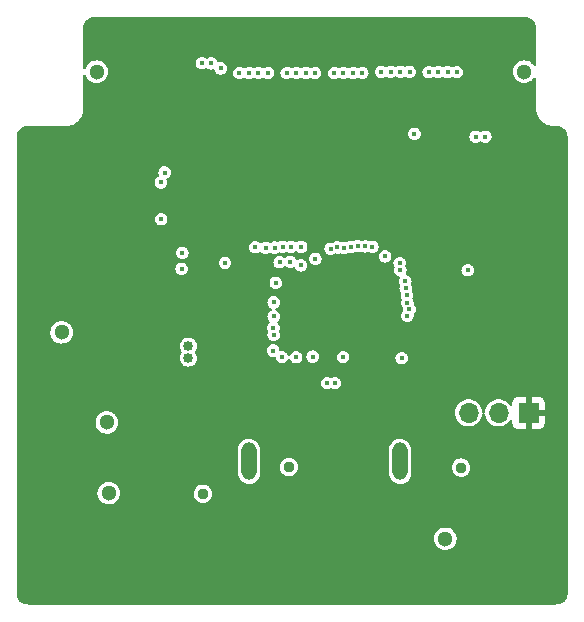
<source format=gbr>
%TF.GenerationSoftware,KiCad,Pcbnew,6.0.4-6f826c9f35~116~ubuntu20.04.1*%
%TF.CreationDate,2022-04-12T10:14:22+07:00*%
%TF.ProjectId,CH569Board,43483536-3942-46f6-9172-642e6b696361,rev?*%
%TF.SameCoordinates,Original*%
%TF.FileFunction,Copper,L2,Inr*%
%TF.FilePolarity,Positive*%
%FSLAX46Y46*%
G04 Gerber Fmt 4.6, Leading zero omitted, Abs format (unit mm)*
G04 Created by KiCad (PCBNEW 6.0.4-6f826c9f35~116~ubuntu20.04.1) date 2022-04-12 10:14:22*
%MOMM*%
%LPD*%
G01*
G04 APERTURE LIST*
%TA.AperFunction,ComponentPad*%
%ADD10C,1.300000*%
%TD*%
%TA.AperFunction,ComponentPad*%
%ADD11R,1.700000X1.700000*%
%TD*%
%TA.AperFunction,ComponentPad*%
%ADD12O,1.700000X1.700000*%
%TD*%
%TA.AperFunction,ComponentPad*%
%ADD13O,1.300000X3.200000*%
%TD*%
%TA.AperFunction,ComponentPad*%
%ADD14C,0.850000*%
%TD*%
%TA.AperFunction,ComponentPad*%
%ADD15O,0.850000X0.850000*%
%TD*%
%TA.AperFunction,ViaPad*%
%ADD16C,0.450000*%
%TD*%
%TA.AperFunction,ViaPad*%
%ADD17C,0.950000*%
%TD*%
%TA.AperFunction,ViaPad*%
%ADD18C,1.300000*%
%TD*%
G04 APERTURE END LIST*
D10*
%TO.N,*%
%TO.C,CN1*%
X143710000Y-82390000D03*
X107510000Y-82390000D03*
%TD*%
D11*
%TO.N,GND*%
%TO.C,J2*%
X144075000Y-111275000D03*
D12*
%TO.N,/RXD*%
X141535000Y-111275000D03*
%TO.N,/TXD*%
X138995000Y-111275000D03*
%TD*%
D13*
%TO.N,unconnected-(USB1-Pad10)*%
%TO.C,USB1*%
X120400000Y-115390007D03*
%TO.N,unconnected-(USB1-Pad11)*%
X133200000Y-115390007D03*
%TD*%
D14*
%TO.N,/GX+*%
%TO.C,J1*%
X115275000Y-106625000D03*
D15*
%TO.N,/GX-*%
X115275000Y-105625000D03*
%TD*%
D16*
%TO.N,GND*%
X110520000Y-126730000D03*
X126810000Y-82460000D03*
X145050000Y-121950000D03*
D17*
X117023147Y-104516260D03*
X127711200Y-105521000D03*
D16*
X118170000Y-119510000D03*
X116240000Y-112310000D03*
D17*
X127711200Y-104454200D03*
D16*
X135850000Y-124950000D03*
D17*
X123444000Y-103362000D03*
D16*
X130820000Y-82450000D03*
X113680000Y-126720000D03*
X109540000Y-82520000D03*
X102580000Y-122560000D03*
X139827000Y-106553000D03*
D18*
X118790000Y-109750000D03*
D17*
X129780000Y-115940000D03*
X124510800Y-102295200D03*
D16*
X117620000Y-110660000D03*
D17*
X126644400Y-102320600D03*
D16*
X109510000Y-102680000D03*
X102320000Y-90180000D03*
X141986000Y-90678000D03*
X123750000Y-119540000D03*
X135330000Y-110590000D03*
D17*
X124510800Y-104428800D03*
X123444000Y-104428800D03*
D16*
X142990000Y-94170000D03*
X141986000Y-97663000D03*
D17*
X123444000Y-105495600D03*
D16*
X114840000Y-78450000D03*
D17*
X125577600Y-105495600D03*
D16*
X109540000Y-87200000D03*
X141953756Y-100853519D03*
X116230000Y-114580000D03*
D17*
X123444000Y-102295200D03*
D16*
X136220000Y-117640000D03*
D18*
X125848191Y-94020630D03*
D16*
X144525000Y-124990000D03*
X138810000Y-82390000D03*
X101370000Y-120690000D03*
D17*
X124510800Y-101203000D03*
D16*
X129840000Y-119470000D03*
X116190000Y-116320000D03*
X102220000Y-115860000D03*
X107670000Y-84820000D03*
X111610000Y-82500000D03*
D17*
X126820000Y-112680000D03*
X124510800Y-103362000D03*
X125577600Y-103362000D03*
D16*
X122810000Y-82450000D03*
X132440000Y-112320000D03*
D17*
X126644400Y-103387400D03*
X125577600Y-102295200D03*
X123444000Y-101203000D03*
D16*
X141986000Y-87376000D03*
X102250000Y-96690000D03*
X138176000Y-107950000D03*
X143040000Y-84800000D03*
D17*
X125577600Y-104428800D03*
D16*
X143040000Y-80040000D03*
D17*
X126644400Y-105521000D03*
D16*
X102270000Y-93470000D03*
D17*
X127711200Y-103387400D03*
D16*
X134810000Y-82380000D03*
X141986000Y-104394000D03*
D17*
X124510800Y-105495600D03*
D16*
X107610000Y-79950000D03*
D17*
X126644400Y-101228400D03*
X126644400Y-104454200D03*
D16*
X112180000Y-110660000D03*
X118810000Y-82490000D03*
D17*
X125577600Y-101203000D03*
X127711200Y-102320600D03*
X127711200Y-101228400D03*
D18*
%TO.N,+3V3*%
X108370000Y-112090000D03*
D16*
X114710000Y-99080000D03*
D18*
X104540000Y-104460000D03*
D16*
X123200000Y-106550000D03*
X122450000Y-106000000D03*
X122480000Y-104080000D03*
D18*
%TO.N,+5V*%
X108528000Y-118062000D03*
X137040000Y-121940000D03*
D16*
%TO.N,+1V2*%
X122500000Y-104680000D03*
X125790000Y-106510000D03*
X124400000Y-106560000D03*
D17*
X138360000Y-115910000D03*
D16*
%TO.N,/VIO*%
X126030000Y-98230000D03*
X122490000Y-103110000D03*
X118370000Y-98570000D03*
X128380000Y-106550000D03*
%TO.N,/CS*%
X114760000Y-97730000D03*
X122490000Y-101930000D03*
%TO.N,/HD2*%
X122675000Y-100275000D03*
X134420000Y-87640000D03*
%TO.N,/HD18*%
X132400000Y-82400000D03*
X131930000Y-98030000D03*
%TO.N,/HD17*%
X133169029Y-98595816D03*
X133225000Y-82400000D03*
%TO.N,/HD16*%
X133219262Y-99188160D03*
X134000000Y-82400000D03*
%TO.N,/HD15*%
X133637768Y-100128917D03*
X135625000Y-82425000D03*
%TO.N,/HD14*%
X133678099Y-100731164D03*
X136425000Y-82425000D03*
%TO.N,/HD13*%
X137225000Y-82425000D03*
X133775000Y-101325000D03*
%TO.N,/HD12*%
X138000000Y-82425000D03*
X133817712Y-101951384D03*
%TO.N,/HD11*%
X139598400Y-87884000D03*
X133993549Y-102500416D03*
%TO.N,/HD10*%
X140411200Y-87884000D03*
X133822478Y-103050952D03*
%TO.N,/HTRDY*%
X133340000Y-106640000D03*
X138920000Y-99200000D03*
%TO.N,/HD19*%
X131600000Y-82400000D03*
X130850000Y-97200000D03*
%TO.N,/HD20*%
X130250000Y-97175000D03*
X130000000Y-82500000D03*
%TO.N,/HD21*%
X129604047Y-97152549D03*
X129200000Y-82500000D03*
%TO.N,/HD23*%
X128462025Y-97301824D03*
X127600000Y-82500000D03*
%TO.N,/HD25*%
X125225000Y-82475000D03*
X127317823Y-97370467D03*
%TO.N,/HD27*%
X123950000Y-97200000D03*
X123600000Y-82500000D03*
%TO.N,/LED0*%
X116410000Y-81660000D03*
X112975000Y-94875000D03*
X124810000Y-98790000D03*
%TO.N,/HD28*%
X123250000Y-97210000D03*
X122025000Y-82500000D03*
%TO.N,/LED1*%
X117220000Y-81690000D03*
X112945711Y-91770711D03*
X123903686Y-98486251D03*
%TO.N,/HD29*%
X122580000Y-97280000D03*
X121200000Y-82500000D03*
%TO.N,/LED2*%
X122994945Y-98521196D03*
X118010000Y-82120000D03*
X113260000Y-90930000D03*
%TO.N,/HD30*%
X121825000Y-97300000D03*
X120400000Y-82500000D03*
%TO.N,/HD31*%
X120950000Y-97250000D03*
X119600000Y-82500000D03*
%TO.N,/TXD*%
X127029324Y-108749973D03*
%TO.N,/RXD*%
X127680000Y-108760000D03*
D17*
%TO.N,/VBUS*%
X116500000Y-118120000D03*
X123780000Y-115870000D03*
D16*
%TO.N,/HD22*%
X129029532Y-97200378D03*
X128400000Y-82500000D03*
%TO.N,/HD24*%
X126000000Y-82500000D03*
X127886195Y-97273983D03*
%TO.N,/HD26*%
X124425000Y-82500000D03*
X124825000Y-97200000D03*
%TD*%
%TA.AperFunction,Conductor*%
%TO.N,GND*%
G36*
X143812747Y-77770700D02*
G01*
X143816362Y-77771337D01*
X143817326Y-77771507D01*
X143828187Y-77773422D01*
X143839044Y-77771507D01*
X143849634Y-77771507D01*
X143861965Y-77772112D01*
X143991334Y-77784852D01*
X144015542Y-77789667D01*
X144095227Y-77813838D01*
X144160542Y-77833651D01*
X144183361Y-77843103D01*
X144316988Y-77914525D01*
X144337526Y-77928248D01*
X144454652Y-78024368D01*
X144472117Y-78041832D01*
X144568240Y-78158955D01*
X144581959Y-78179485D01*
X144653387Y-78313114D01*
X144662839Y-78335933D01*
X144706826Y-78480929D01*
X144711645Y-78505156D01*
X144724354Y-78634181D01*
X144724961Y-78646529D01*
X144724961Y-78657432D01*
X144723047Y-78668290D01*
X144724962Y-78679147D01*
X144725768Y-78683719D01*
X144727683Y-78705601D01*
X144727683Y-81780003D01*
X144707681Y-81848124D01*
X144654025Y-81894617D01*
X144583751Y-81904721D01*
X144519171Y-81875227D01*
X144504040Y-81859639D01*
X144391605Y-81721780D01*
X144391602Y-81721777D01*
X144387710Y-81717005D01*
X144382056Y-81712327D01*
X144308906Y-81651812D01*
X144244085Y-81598187D01*
X144080116Y-81509529D01*
X143991083Y-81481969D01*
X143907936Y-81456231D01*
X143907933Y-81456230D01*
X143902049Y-81454409D01*
X143895924Y-81453765D01*
X143895923Y-81453765D01*
X143722796Y-81435568D01*
X143722795Y-81435568D01*
X143716668Y-81434924D01*
X143638549Y-81442033D01*
X143537171Y-81451259D01*
X143537168Y-81451260D01*
X143531032Y-81451818D01*
X143525122Y-81453557D01*
X143525119Y-81453558D01*
X143358129Y-81502707D01*
X143352214Y-81504448D01*
X143187023Y-81590807D01*
X143041752Y-81707608D01*
X142921935Y-81850401D01*
X142918971Y-81855793D01*
X142918968Y-81855797D01*
X142869376Y-81946005D01*
X142832135Y-82013746D01*
X142830274Y-82019613D01*
X142830273Y-82019615D01*
X142777634Y-82185554D01*
X142775772Y-82191424D01*
X142754994Y-82376665D01*
X142755510Y-82382809D01*
X142767786Y-82528994D01*
X142770592Y-82562414D01*
X142772291Y-82568339D01*
X142818780Y-82730466D01*
X142821971Y-82741595D01*
X142824790Y-82747080D01*
X142891152Y-82876205D01*
X142907176Y-82907385D01*
X143022959Y-83053468D01*
X143164912Y-83174279D01*
X143327627Y-83265217D01*
X143504907Y-83322819D01*
X143689998Y-83344890D01*
X143696133Y-83344418D01*
X143696135Y-83344418D01*
X143869710Y-83331062D01*
X143869715Y-83331061D01*
X143875851Y-83330589D01*
X143881781Y-83328933D01*
X143881783Y-83328933D01*
X144049459Y-83282117D01*
X144049458Y-83282117D01*
X144055387Y-83280462D01*
X144221768Y-83196417D01*
X144246255Y-83177286D01*
X144363794Y-83085454D01*
X144363795Y-83085453D01*
X144368655Y-83081656D01*
X144490454Y-82940550D01*
X144493498Y-82935192D01*
X144497048Y-82930159D01*
X144498655Y-82931293D01*
X144543166Y-82888254D01*
X144612784Y-82874332D01*
X144678878Y-82900258D01*
X144720463Y-82957801D01*
X144727683Y-82999842D01*
X144727683Y-85464431D01*
X144725768Y-85486316D01*
X144724962Y-85490888D01*
X144723047Y-85501744D01*
X144724502Y-85509998D01*
X144724960Y-85516405D01*
X144724960Y-85516441D01*
X144724966Y-85516489D01*
X144739216Y-85715830D01*
X144784832Y-85925559D01*
X144859832Y-86126661D01*
X144962689Y-86315043D01*
X145091308Y-86486869D01*
X145094483Y-86490045D01*
X145094489Y-86490051D01*
X145239887Y-86635455D01*
X145243073Y-86638641D01*
X145414892Y-86767269D01*
X145603268Y-86870136D01*
X145607471Y-86871704D01*
X145607476Y-86871706D01*
X145727836Y-86916600D01*
X145804367Y-86945146D01*
X146014093Y-86990773D01*
X146220517Y-87005540D01*
X146228179Y-87006891D01*
X146243619Y-87004169D01*
X146265495Y-87002255D01*
X146450846Y-87002255D01*
X146472720Y-87004168D01*
X146488167Y-87006891D01*
X146499024Y-87004976D01*
X146509607Y-87004976D01*
X146521958Y-87005582D01*
X146651311Y-87018317D01*
X146675535Y-87023135D01*
X146820537Y-87067115D01*
X146843354Y-87076565D01*
X146875176Y-87093573D01*
X146976988Y-87147988D01*
X146997525Y-87161709D01*
X147048818Y-87203800D01*
X147114663Y-87257834D01*
X147132117Y-87275286D01*
X147228256Y-87392424D01*
X147241975Y-87412954D01*
X147313408Y-87546584D01*
X147322860Y-87569401D01*
X147358736Y-87687649D01*
X147366851Y-87714398D01*
X147371671Y-87738624D01*
X147384356Y-87867367D01*
X147383864Y-87879884D01*
X147384933Y-87879884D01*
X147384933Y-87890913D01*
X147383020Y-87901766D01*
X147384934Y-87912618D01*
X147384934Y-87912621D01*
X147385741Y-87917194D01*
X147387656Y-87939079D01*
X147387656Y-126528619D01*
X147385741Y-126550504D01*
X147383020Y-126565932D01*
X147384933Y-126576786D01*
X147384933Y-126587812D01*
X147384137Y-126587812D01*
X147384672Y-126600029D01*
X147377980Y-126676492D01*
X147374362Y-126717821D01*
X147370548Y-126739449D01*
X147333933Y-126876082D01*
X147326420Y-126896720D01*
X147296531Y-126960813D01*
X147277965Y-127000626D01*
X147266642Y-127024906D01*
X147255660Y-127043926D01*
X147174523Y-127159795D01*
X147160405Y-127176620D01*
X147060385Y-127276635D01*
X147043564Y-127290749D01*
X146927687Y-127371884D01*
X146908676Y-127382859D01*
X146780471Y-127442639D01*
X146759838Y-127450148D01*
X146691524Y-127468451D01*
X146623213Y-127486754D01*
X146601585Y-127490568D01*
X146556582Y-127494505D01*
X146483571Y-127500892D01*
X146471568Y-127500366D01*
X146471568Y-127501190D01*
X146460546Y-127501190D01*
X146449690Y-127499276D01*
X146434250Y-127501998D01*
X146412374Y-127503912D01*
X101704558Y-127503912D01*
X101682683Y-127501999D01*
X101667237Y-127499276D01*
X101656380Y-127501191D01*
X101645361Y-127501191D01*
X101645361Y-127500397D01*
X101633141Y-127500930D01*
X101515335Y-127490628D01*
X101493705Y-127486815D01*
X101357061Y-127450207D01*
X101336425Y-127442697D01*
X101208216Y-127382918D01*
X101189197Y-127371938D01*
X101073314Y-127290803D01*
X101056488Y-127276686D01*
X100956459Y-127176664D01*
X100942340Y-127159839D01*
X100861198Y-127043965D01*
X100850216Y-127024945D01*
X100790427Y-126896739D01*
X100782915Y-126876101D01*
X100746298Y-126739466D01*
X100742483Y-126717836D01*
X100732203Y-126600378D01*
X100732751Y-126587810D01*
X100732003Y-126587810D01*
X100732003Y-126576787D01*
X100733916Y-126565932D01*
X100731195Y-126550504D01*
X100729280Y-126528619D01*
X100729280Y-121926665D01*
X136084994Y-121926665D01*
X136100592Y-122112414D01*
X136151971Y-122291595D01*
X136237176Y-122457385D01*
X136352959Y-122603468D01*
X136494912Y-122724279D01*
X136657627Y-122815217D01*
X136834907Y-122872819D01*
X137019998Y-122894890D01*
X137026133Y-122894418D01*
X137026135Y-122894418D01*
X137199710Y-122881062D01*
X137199715Y-122881061D01*
X137205851Y-122880589D01*
X137211781Y-122878933D01*
X137211783Y-122878933D01*
X137379459Y-122832117D01*
X137379458Y-122832117D01*
X137385387Y-122830462D01*
X137551768Y-122746417D01*
X137576255Y-122727286D01*
X137693794Y-122635454D01*
X137693795Y-122635453D01*
X137698655Y-122631656D01*
X137820454Y-122490550D01*
X137912526Y-122328474D01*
X137971364Y-122151601D01*
X137994727Y-121966668D01*
X137995099Y-121940000D01*
X137976909Y-121754487D01*
X137975128Y-121748588D01*
X137975127Y-121748583D01*
X137924814Y-121581939D01*
X137923033Y-121576040D01*
X137835522Y-121411456D01*
X137831632Y-121406686D01*
X137831629Y-121406682D01*
X137721605Y-121271780D01*
X137721602Y-121271777D01*
X137717710Y-121267005D01*
X137712056Y-121262327D01*
X137578834Y-121152116D01*
X137574085Y-121148187D01*
X137410116Y-121059529D01*
X137321083Y-121031969D01*
X137237936Y-121006231D01*
X137237933Y-121006230D01*
X137232049Y-121004409D01*
X137225924Y-121003765D01*
X137225923Y-121003765D01*
X137052796Y-120985568D01*
X137052795Y-120985568D01*
X137046668Y-120984924D01*
X136968549Y-120992033D01*
X136867171Y-121001259D01*
X136867168Y-121001260D01*
X136861032Y-121001818D01*
X136855122Y-121003557D01*
X136855119Y-121003558D01*
X136688129Y-121052707D01*
X136682214Y-121054448D01*
X136517023Y-121140807D01*
X136371752Y-121257608D01*
X136251935Y-121400401D01*
X136248971Y-121405793D01*
X136248968Y-121405797D01*
X136174256Y-121541699D01*
X136162135Y-121563746D01*
X136105772Y-121741424D01*
X136084994Y-121926665D01*
X100729280Y-121926665D01*
X100729280Y-118048665D01*
X107572994Y-118048665D01*
X107573510Y-118054809D01*
X107580482Y-118137830D01*
X107588592Y-118234414D01*
X107590291Y-118240339D01*
X107604228Y-118288942D01*
X107639971Y-118413595D01*
X107725176Y-118579385D01*
X107840959Y-118725468D01*
X107982912Y-118846279D01*
X107988290Y-118849285D01*
X107988292Y-118849286D01*
X108051242Y-118884467D01*
X108145627Y-118937217D01*
X108322907Y-118994819D01*
X108507998Y-119016890D01*
X108514133Y-119016418D01*
X108514135Y-119016418D01*
X108687710Y-119003062D01*
X108687715Y-119003061D01*
X108693851Y-119002589D01*
X108699781Y-119000933D01*
X108699783Y-119000933D01*
X108867459Y-118954117D01*
X108867458Y-118954117D01*
X108873387Y-118952462D01*
X109039768Y-118868417D01*
X109064255Y-118849286D01*
X109181794Y-118757454D01*
X109181795Y-118757453D01*
X109186655Y-118753656D01*
X109308454Y-118612550D01*
X109400526Y-118450474D01*
X109459364Y-118273601D01*
X109476016Y-118141790D01*
X109480146Y-118109104D01*
X115719669Y-118109104D01*
X115736647Y-118282256D01*
X115791564Y-118447343D01*
X115795211Y-118453365D01*
X115795212Y-118453367D01*
X115874455Y-118584212D01*
X115881692Y-118596162D01*
X116002550Y-118721314D01*
X116148132Y-118816580D01*
X116211355Y-118840093D01*
X116304600Y-118874771D01*
X116304602Y-118874772D01*
X116311202Y-118877226D01*
X116318180Y-118878157D01*
X116318184Y-118878158D01*
X116386420Y-118887262D01*
X116483656Y-118900236D01*
X116490667Y-118899598D01*
X116490671Y-118899598D01*
X116627507Y-118887144D01*
X116656923Y-118884467D01*
X116663623Y-118882290D01*
X116663628Y-118882289D01*
X116815691Y-118832881D01*
X116815694Y-118832880D01*
X116822390Y-118830704D01*
X116971833Y-118741618D01*
X117097826Y-118621636D01*
X117111387Y-118601226D01*
X117190212Y-118482584D01*
X117194107Y-118476722D01*
X117202041Y-118455837D01*
X117253387Y-118320665D01*
X117255889Y-118314079D01*
X117280103Y-118141790D01*
X117280407Y-118120000D01*
X117261013Y-117947102D01*
X117203796Y-117782797D01*
X117111600Y-117635252D01*
X117098274Y-117621832D01*
X117010512Y-117533456D01*
X116989006Y-117511799D01*
X116978342Y-117505031D01*
X116932076Y-117475670D01*
X116842108Y-117418575D01*
X116721840Y-117375749D01*
X116684841Y-117362574D01*
X116684839Y-117362573D01*
X116678207Y-117360212D01*
X116671221Y-117359379D01*
X116671217Y-117359378D01*
X116548107Y-117344699D01*
X116505448Y-117339612D01*
X116498445Y-117340348D01*
X116498444Y-117340348D01*
X116452109Y-117345218D01*
X116332419Y-117357798D01*
X116325753Y-117360067D01*
X116325750Y-117360068D01*
X116174386Y-117411597D01*
X116174383Y-117411598D01*
X116167719Y-117413867D01*
X116019533Y-117505031D01*
X115895228Y-117626760D01*
X115800980Y-117773004D01*
X115798569Y-117779627D01*
X115798568Y-117779630D01*
X115743885Y-117929870D01*
X115743884Y-117929875D01*
X115741475Y-117936493D01*
X115719669Y-118109104D01*
X109480146Y-118109104D01*
X109482285Y-118092170D01*
X109482286Y-118092163D01*
X109482727Y-118088668D01*
X109483099Y-118062000D01*
X109464909Y-117876487D01*
X109463128Y-117870588D01*
X109463127Y-117870583D01*
X109412814Y-117703939D01*
X109411033Y-117698040D01*
X109323522Y-117533456D01*
X109319632Y-117528686D01*
X109319629Y-117528682D01*
X109209605Y-117393780D01*
X109209602Y-117393777D01*
X109205710Y-117389005D01*
X109200056Y-117384327D01*
X109133898Y-117329596D01*
X109062085Y-117270187D01*
X108898116Y-117181529D01*
X108806127Y-117153054D01*
X108725936Y-117128231D01*
X108725933Y-117128230D01*
X108720049Y-117126409D01*
X108713924Y-117125765D01*
X108713923Y-117125765D01*
X108540796Y-117107568D01*
X108540795Y-117107568D01*
X108534668Y-117106924D01*
X108456549Y-117114033D01*
X108355171Y-117123259D01*
X108355168Y-117123260D01*
X108349032Y-117123818D01*
X108343122Y-117125557D01*
X108343119Y-117125558D01*
X108249698Y-117153054D01*
X108170214Y-117176448D01*
X108005023Y-117262807D01*
X107859752Y-117379608D01*
X107739935Y-117522401D01*
X107736971Y-117527793D01*
X107736968Y-117527797D01*
X107685272Y-117621832D01*
X107650135Y-117685746D01*
X107648274Y-117691613D01*
X107648273Y-117691615D01*
X107620353Y-117779630D01*
X107593772Y-117863424D01*
X107572994Y-118048665D01*
X100729280Y-118048665D01*
X100729280Y-116388266D01*
X119449500Y-116388266D01*
X119464112Y-116532117D01*
X119521856Y-116716380D01*
X119615472Y-116885268D01*
X119741136Y-117031882D01*
X119746178Y-117035793D01*
X119746179Y-117035794D01*
X119888665Y-117146318D01*
X119888668Y-117146320D01*
X119893714Y-117150234D01*
X120066974Y-117235488D01*
X120073144Y-117237095D01*
X120073149Y-117237097D01*
X120247655Y-117282552D01*
X120247658Y-117282552D01*
X120253837Y-117284162D01*
X120337203Y-117288531D01*
X120440290Y-117293934D01*
X120440294Y-117293934D01*
X120446671Y-117294268D01*
X120637599Y-117265393D01*
X120652385Y-117259953D01*
X120812832Y-117200921D01*
X120812836Y-117200919D01*
X120818821Y-117198717D01*
X120982934Y-117096962D01*
X121123235Y-116964286D01*
X121233991Y-116806109D01*
X121310680Y-116628892D01*
X121329625Y-116538208D01*
X121349177Y-116444619D01*
X121349177Y-116444615D01*
X121350168Y-116439874D01*
X121350500Y-116433539D01*
X121350500Y-115859104D01*
X122999669Y-115859104D01*
X123016647Y-116032256D01*
X123071564Y-116197343D01*
X123075211Y-116203365D01*
X123075212Y-116203367D01*
X123117132Y-116272584D01*
X123161692Y-116346162D01*
X123282550Y-116471314D01*
X123428132Y-116566580D01*
X123491355Y-116590093D01*
X123584600Y-116624771D01*
X123584602Y-116624772D01*
X123591202Y-116627226D01*
X123598180Y-116628157D01*
X123598184Y-116628158D01*
X123666420Y-116637262D01*
X123763656Y-116650236D01*
X123770667Y-116649598D01*
X123770671Y-116649598D01*
X123907507Y-116637144D01*
X123936923Y-116634467D01*
X123943623Y-116632290D01*
X123943628Y-116632289D01*
X124095691Y-116582881D01*
X124095694Y-116582880D01*
X124102390Y-116580704D01*
X124251833Y-116491618D01*
X124360363Y-116388266D01*
X132249500Y-116388266D01*
X132264112Y-116532117D01*
X132321856Y-116716380D01*
X132415472Y-116885268D01*
X132541136Y-117031882D01*
X132546178Y-117035793D01*
X132546179Y-117035794D01*
X132688665Y-117146318D01*
X132688668Y-117146320D01*
X132693714Y-117150234D01*
X132866974Y-117235488D01*
X132873144Y-117237095D01*
X132873149Y-117237097D01*
X133047655Y-117282552D01*
X133047658Y-117282552D01*
X133053837Y-117284162D01*
X133137203Y-117288531D01*
X133240290Y-117293934D01*
X133240294Y-117293934D01*
X133246671Y-117294268D01*
X133437599Y-117265393D01*
X133452385Y-117259953D01*
X133612832Y-117200921D01*
X133612836Y-117200919D01*
X133618821Y-117198717D01*
X133782934Y-117096962D01*
X133923235Y-116964286D01*
X134033991Y-116806109D01*
X134110680Y-116628892D01*
X134129625Y-116538208D01*
X134149177Y-116444619D01*
X134149177Y-116444615D01*
X134150168Y-116439874D01*
X134150500Y-116433539D01*
X134150500Y-115899104D01*
X137579669Y-115899104D01*
X137596647Y-116072256D01*
X137651564Y-116237343D01*
X137655211Y-116243365D01*
X137655212Y-116243367D01*
X137732895Y-116371636D01*
X137741692Y-116386162D01*
X137862550Y-116511314D01*
X138008132Y-116606580D01*
X138063647Y-116627226D01*
X138164600Y-116664771D01*
X138164602Y-116664772D01*
X138171202Y-116667226D01*
X138178180Y-116668157D01*
X138178184Y-116668158D01*
X138246420Y-116677262D01*
X138343656Y-116690236D01*
X138350667Y-116689598D01*
X138350671Y-116689598D01*
X138487507Y-116677144D01*
X138516923Y-116674467D01*
X138523623Y-116672290D01*
X138523628Y-116672289D01*
X138675691Y-116622881D01*
X138675694Y-116622880D01*
X138682390Y-116620704D01*
X138831833Y-116531618D01*
X138957826Y-116411636D01*
X138971387Y-116391226D01*
X139050212Y-116272584D01*
X139054107Y-116266722D01*
X139115889Y-116104079D01*
X139140103Y-115931790D01*
X139140407Y-115910000D01*
X139121013Y-115737102D01*
X139063796Y-115572797D01*
X138971600Y-115425252D01*
X138958274Y-115411832D01*
X138853968Y-115306796D01*
X138849006Y-115301799D01*
X138838342Y-115295031D01*
X138775311Y-115255031D01*
X138702108Y-115208575D01*
X138583134Y-115166210D01*
X138544841Y-115152574D01*
X138544839Y-115152573D01*
X138538207Y-115150212D01*
X138531221Y-115149379D01*
X138531217Y-115149378D01*
X138408107Y-115134699D01*
X138365448Y-115129612D01*
X138358445Y-115130348D01*
X138358444Y-115130348D01*
X138312109Y-115135218D01*
X138192419Y-115147798D01*
X138185753Y-115150067D01*
X138185750Y-115150068D01*
X138034386Y-115201597D01*
X138034383Y-115201598D01*
X138027719Y-115203867D01*
X137879533Y-115295031D01*
X137874500Y-115299960D01*
X137792508Y-115380253D01*
X137755228Y-115416760D01*
X137660980Y-115563004D01*
X137658569Y-115569627D01*
X137658568Y-115569630D01*
X137603885Y-115719870D01*
X137603884Y-115719875D01*
X137601475Y-115726493D01*
X137579669Y-115899104D01*
X134150500Y-115899104D01*
X134150500Y-114391748D01*
X134135888Y-114247897D01*
X134078144Y-114063634D01*
X133984528Y-113894746D01*
X133858864Y-113748132D01*
X133770627Y-113679688D01*
X133711335Y-113633696D01*
X133711332Y-113633694D01*
X133706286Y-113629780D01*
X133533026Y-113544526D01*
X133526856Y-113542919D01*
X133526851Y-113542917D01*
X133352345Y-113497462D01*
X133352342Y-113497462D01*
X133346163Y-113495852D01*
X133262797Y-113491483D01*
X133159710Y-113486080D01*
X133159706Y-113486080D01*
X133153329Y-113485746D01*
X132962401Y-113514621D01*
X132956406Y-113516827D01*
X132956405Y-113516827D01*
X132787168Y-113579093D01*
X132787164Y-113579095D01*
X132781179Y-113581297D01*
X132617066Y-113683052D01*
X132476765Y-113815728D01*
X132366009Y-113973905D01*
X132289320Y-114151122D01*
X132288015Y-114157369D01*
X132269103Y-114247897D01*
X132249832Y-114340140D01*
X132249500Y-114346475D01*
X132249500Y-116388266D01*
X124360363Y-116388266D01*
X124377826Y-116371636D01*
X124391387Y-116351226D01*
X124470212Y-116232584D01*
X124474107Y-116226722D01*
X124535889Y-116064079D01*
X124560103Y-115891790D01*
X124560407Y-115870000D01*
X124541013Y-115697102D01*
X124483796Y-115532797D01*
X124391600Y-115385252D01*
X124378274Y-115371832D01*
X124273968Y-115266796D01*
X124269006Y-115261799D01*
X124258342Y-115255031D01*
X124185138Y-115208575D01*
X124122108Y-115168575D01*
X124012688Y-115129612D01*
X123964841Y-115112574D01*
X123964839Y-115112573D01*
X123958207Y-115110212D01*
X123951221Y-115109379D01*
X123951217Y-115109378D01*
X123828107Y-115094699D01*
X123785448Y-115089612D01*
X123778445Y-115090348D01*
X123778444Y-115090348D01*
X123732109Y-115095218D01*
X123612419Y-115107798D01*
X123605753Y-115110067D01*
X123605750Y-115110068D01*
X123454386Y-115161597D01*
X123454383Y-115161598D01*
X123447719Y-115163867D01*
X123299533Y-115255031D01*
X123175228Y-115376760D01*
X123080980Y-115523004D01*
X123078569Y-115529627D01*
X123078568Y-115529630D01*
X123023885Y-115679870D01*
X123023884Y-115679875D01*
X123021475Y-115686493D01*
X122999669Y-115859104D01*
X121350500Y-115859104D01*
X121350500Y-114391748D01*
X121335888Y-114247897D01*
X121278144Y-114063634D01*
X121184528Y-113894746D01*
X121058864Y-113748132D01*
X120970627Y-113679688D01*
X120911335Y-113633696D01*
X120911332Y-113633694D01*
X120906286Y-113629780D01*
X120733026Y-113544526D01*
X120726856Y-113542919D01*
X120726851Y-113542917D01*
X120552345Y-113497462D01*
X120552342Y-113497462D01*
X120546163Y-113495852D01*
X120462797Y-113491483D01*
X120359710Y-113486080D01*
X120359706Y-113486080D01*
X120353329Y-113485746D01*
X120162401Y-113514621D01*
X120156406Y-113516827D01*
X120156405Y-113516827D01*
X119987168Y-113579093D01*
X119987164Y-113579095D01*
X119981179Y-113581297D01*
X119817066Y-113683052D01*
X119676765Y-113815728D01*
X119566009Y-113973905D01*
X119489320Y-114151122D01*
X119488015Y-114157369D01*
X119469103Y-114247897D01*
X119449832Y-114340140D01*
X119449500Y-114346475D01*
X119449500Y-116388266D01*
X100729280Y-116388266D01*
X100729280Y-112076665D01*
X107414994Y-112076665D01*
X107415510Y-112082809D01*
X107428929Y-112242606D01*
X107430592Y-112262414D01*
X107432291Y-112268339D01*
X107478078Y-112428018D01*
X107481971Y-112441595D01*
X107484790Y-112447080D01*
X107552241Y-112578324D01*
X107567176Y-112607385D01*
X107682959Y-112753468D01*
X107824912Y-112874279D01*
X107987627Y-112965217D01*
X108164907Y-113022819D01*
X108349998Y-113044890D01*
X108356133Y-113044418D01*
X108356135Y-113044418D01*
X108529710Y-113031062D01*
X108529715Y-113031061D01*
X108535851Y-113030589D01*
X108541781Y-113028933D01*
X108541783Y-113028933D01*
X108709459Y-112982117D01*
X108709458Y-112982117D01*
X108715387Y-112980462D01*
X108881768Y-112896417D01*
X108906255Y-112877286D01*
X109023794Y-112785454D01*
X109023795Y-112785453D01*
X109028655Y-112781656D01*
X109150454Y-112640550D01*
X109156378Y-112630123D01*
X109239479Y-112483837D01*
X109242526Y-112478474D01*
X109301364Y-112301601D01*
X109317213Y-112176144D01*
X109324285Y-112120170D01*
X109324286Y-112120163D01*
X109324727Y-112116668D01*
X109325099Y-112090000D01*
X109306909Y-111904487D01*
X109305128Y-111898588D01*
X109305127Y-111898583D01*
X109254814Y-111731939D01*
X109253033Y-111726040D01*
X109165522Y-111561456D01*
X109161632Y-111556686D01*
X109161629Y-111556682D01*
X109051605Y-111421780D01*
X109051602Y-111421777D01*
X109047710Y-111417005D01*
X109042056Y-111412327D01*
X108944404Y-111331542D01*
X108904085Y-111298187D01*
X108805263Y-111244754D01*
X137839967Y-111244754D01*
X137853796Y-111455749D01*
X137855217Y-111461345D01*
X137855218Y-111461350D01*
X137904424Y-111655095D01*
X137905845Y-111660690D01*
X137994369Y-111852714D01*
X138116405Y-112025391D01*
X138267865Y-112172937D01*
X138272661Y-112176142D01*
X138272664Y-112176144D01*
X138372129Y-112242604D01*
X138443677Y-112290411D01*
X138448985Y-112292692D01*
X138448986Y-112292692D01*
X138632650Y-112371600D01*
X138632653Y-112371601D01*
X138637953Y-112373878D01*
X138643582Y-112375152D01*
X138643583Y-112375152D01*
X138838550Y-112419269D01*
X138838553Y-112419269D01*
X138844186Y-112420544D01*
X138849957Y-112420771D01*
X138849959Y-112420771D01*
X138911989Y-112423208D01*
X139055470Y-112428846D01*
X139061179Y-112428018D01*
X139061183Y-112428018D01*
X139259015Y-112399333D01*
X139259019Y-112399332D01*
X139264730Y-112398504D01*
X139369163Y-112363054D01*
X139459483Y-112332395D01*
X139459488Y-112332393D01*
X139464955Y-112330537D01*
X139469998Y-112327713D01*
X139644395Y-112230046D01*
X139644399Y-112230043D01*
X139649442Y-112227219D01*
X139812012Y-112092012D01*
X139947219Y-111929442D01*
X139950043Y-111924399D01*
X139950046Y-111924395D01*
X140047713Y-111749998D01*
X140047714Y-111749996D01*
X140050537Y-111744955D01*
X140052393Y-111739488D01*
X140052395Y-111739483D01*
X140116647Y-111550200D01*
X140118504Y-111544730D01*
X140119333Y-111539015D01*
X140140090Y-111395860D01*
X140169660Y-111331315D01*
X140229432Y-111293003D01*
X140300429Y-111293087D01*
X140360109Y-111331542D01*
X140389525Y-111396158D01*
X140390515Y-111405695D01*
X140393796Y-111455749D01*
X140395217Y-111461345D01*
X140395218Y-111461350D01*
X140444424Y-111655095D01*
X140445845Y-111660690D01*
X140534369Y-111852714D01*
X140656405Y-112025391D01*
X140807865Y-112172937D01*
X140812661Y-112176142D01*
X140812664Y-112176144D01*
X140912129Y-112242604D01*
X140983677Y-112290411D01*
X140988985Y-112292692D01*
X140988986Y-112292692D01*
X141172650Y-112371600D01*
X141172653Y-112371601D01*
X141177953Y-112373878D01*
X141183582Y-112375152D01*
X141183583Y-112375152D01*
X141378550Y-112419269D01*
X141378553Y-112419269D01*
X141384186Y-112420544D01*
X141389957Y-112420771D01*
X141389959Y-112420771D01*
X141451989Y-112423208D01*
X141595470Y-112428846D01*
X141601179Y-112428018D01*
X141601183Y-112428018D01*
X141799015Y-112399333D01*
X141799019Y-112399332D01*
X141804730Y-112398504D01*
X141909163Y-112363054D01*
X141999483Y-112332395D01*
X141999488Y-112332393D01*
X142004955Y-112330537D01*
X142009998Y-112327713D01*
X142184395Y-112230046D01*
X142184399Y-112230043D01*
X142189442Y-112227219D01*
X142352012Y-112092012D01*
X142369870Y-112070540D01*
X142483526Y-111933883D01*
X142483528Y-111933879D01*
X142487219Y-111929442D01*
X142488141Y-111927795D01*
X142542230Y-111883782D01*
X142612783Y-111875857D01*
X142676421Y-111907334D01*
X142712938Y-111968220D01*
X142717001Y-111999960D01*
X142717001Y-112169669D01*
X142717371Y-112176490D01*
X142722895Y-112227352D01*
X142726521Y-112242604D01*
X142771676Y-112363054D01*
X142780214Y-112378649D01*
X142856715Y-112480724D01*
X142869276Y-112493285D01*
X142971351Y-112569786D01*
X142986946Y-112578324D01*
X143107394Y-112623478D01*
X143122649Y-112627105D01*
X143173514Y-112632631D01*
X143180328Y-112633000D01*
X143802885Y-112633000D01*
X143818124Y-112628525D01*
X143819329Y-112627135D01*
X143821000Y-112619452D01*
X143821000Y-112614884D01*
X144329000Y-112614884D01*
X144333475Y-112630123D01*
X144334865Y-112631328D01*
X144342548Y-112632999D01*
X144969669Y-112632999D01*
X144976490Y-112632629D01*
X145027352Y-112627105D01*
X145042604Y-112623479D01*
X145163054Y-112578324D01*
X145178649Y-112569786D01*
X145280724Y-112493285D01*
X145293285Y-112480724D01*
X145369786Y-112378649D01*
X145378324Y-112363054D01*
X145423478Y-112242606D01*
X145427105Y-112227351D01*
X145432631Y-112176486D01*
X145433000Y-112169672D01*
X145433000Y-111547115D01*
X145428525Y-111531876D01*
X145427135Y-111530671D01*
X145419452Y-111529000D01*
X144347115Y-111529000D01*
X144331876Y-111533475D01*
X144330671Y-111534865D01*
X144329000Y-111542548D01*
X144329000Y-112614884D01*
X143821000Y-112614884D01*
X143821000Y-111002885D01*
X144329000Y-111002885D01*
X144333475Y-111018124D01*
X144334865Y-111019329D01*
X144342548Y-111021000D01*
X145414884Y-111021000D01*
X145430123Y-111016525D01*
X145431328Y-111015135D01*
X145432999Y-111007452D01*
X145432999Y-110380331D01*
X145432629Y-110373510D01*
X145427105Y-110322648D01*
X145423479Y-110307396D01*
X145378324Y-110186946D01*
X145369786Y-110171351D01*
X145293285Y-110069276D01*
X145280724Y-110056715D01*
X145178649Y-109980214D01*
X145163054Y-109971676D01*
X145042606Y-109926522D01*
X145027351Y-109922895D01*
X144976486Y-109917369D01*
X144969672Y-109917000D01*
X144347115Y-109917000D01*
X144331876Y-109921475D01*
X144330671Y-109922865D01*
X144329000Y-109930548D01*
X144329000Y-111002885D01*
X143821000Y-111002885D01*
X143821000Y-109935116D01*
X143816525Y-109919877D01*
X143815135Y-109918672D01*
X143807452Y-109917001D01*
X143180331Y-109917001D01*
X143173510Y-109917371D01*
X143122648Y-109922895D01*
X143107396Y-109926521D01*
X142986946Y-109971676D01*
X142971351Y-109980214D01*
X142869276Y-110056715D01*
X142856715Y-110069276D01*
X142780214Y-110171351D01*
X142771676Y-110186946D01*
X142726522Y-110307394D01*
X142722895Y-110322649D01*
X142717369Y-110373514D01*
X142717000Y-110380328D01*
X142717000Y-110555561D01*
X142696998Y-110623682D01*
X142643342Y-110670175D01*
X142573068Y-110680279D01*
X142508488Y-110650785D01*
X142490042Y-110630950D01*
X142397104Y-110506491D01*
X142397103Y-110506490D01*
X142393651Y-110501867D01*
X142262171Y-110380328D01*
X142242622Y-110362257D01*
X142242620Y-110362255D01*
X142238381Y-110358337D01*
X142059554Y-110245505D01*
X141863160Y-110167152D01*
X141857503Y-110166027D01*
X141857497Y-110166025D01*
X141661442Y-110127028D01*
X141661440Y-110127028D01*
X141655775Y-110125901D01*
X141650000Y-110125825D01*
X141649996Y-110125825D01*
X141543976Y-110124437D01*
X141444346Y-110123133D01*
X141438649Y-110124112D01*
X141438648Y-110124112D01*
X141241650Y-110157962D01*
X141241649Y-110157962D01*
X141235953Y-110158941D01*
X141037575Y-110232127D01*
X141032614Y-110235079D01*
X141032613Y-110235079D01*
X140885421Y-110322649D01*
X140855856Y-110340238D01*
X140696881Y-110479655D01*
X140565976Y-110645708D01*
X140563287Y-110650819D01*
X140563285Y-110650822D01*
X140549792Y-110676469D01*
X140467523Y-110832836D01*
X140404820Y-111034773D01*
X140404141Y-111040510D01*
X140390088Y-111159239D01*
X140362217Y-111224537D01*
X140303469Y-111264401D01*
X140232494Y-111266174D01*
X140171828Y-111229295D01*
X140140730Y-111165471D01*
X140139490Y-111155958D01*
X140139270Y-111153558D01*
X140131081Y-111064440D01*
X140118359Y-111019329D01*
X140075255Y-110866496D01*
X140073686Y-110860931D01*
X140062553Y-110838354D01*
X139982719Y-110676469D01*
X139980165Y-110671290D01*
X139853651Y-110501867D01*
X139722171Y-110380328D01*
X139702622Y-110362257D01*
X139702620Y-110362255D01*
X139698381Y-110358337D01*
X139519554Y-110245505D01*
X139323160Y-110167152D01*
X139317503Y-110166027D01*
X139317497Y-110166025D01*
X139121442Y-110127028D01*
X139121440Y-110127028D01*
X139115775Y-110125901D01*
X139110000Y-110125825D01*
X139109996Y-110125825D01*
X139003976Y-110124437D01*
X138904346Y-110123133D01*
X138898649Y-110124112D01*
X138898648Y-110124112D01*
X138701650Y-110157962D01*
X138701649Y-110157962D01*
X138695953Y-110158941D01*
X138497575Y-110232127D01*
X138492614Y-110235079D01*
X138492613Y-110235079D01*
X138345421Y-110322649D01*
X138315856Y-110340238D01*
X138156881Y-110479655D01*
X138025976Y-110645708D01*
X138023287Y-110650819D01*
X138023285Y-110650822D01*
X138009792Y-110676469D01*
X137927523Y-110832836D01*
X137864820Y-111034773D01*
X137839967Y-111244754D01*
X108805263Y-111244754D01*
X108740116Y-111209529D01*
X108651082Y-111181969D01*
X108567936Y-111156231D01*
X108567933Y-111156230D01*
X108562049Y-111154409D01*
X108555924Y-111153765D01*
X108555923Y-111153765D01*
X108382796Y-111135568D01*
X108382795Y-111135568D01*
X108376668Y-111134924D01*
X108298549Y-111142033D01*
X108197171Y-111151259D01*
X108197168Y-111151260D01*
X108191032Y-111151818D01*
X108185122Y-111153557D01*
X108185119Y-111153558D01*
X108018129Y-111202707D01*
X108012214Y-111204448D01*
X107847023Y-111290807D01*
X107701752Y-111407608D01*
X107581935Y-111550401D01*
X107578971Y-111555793D01*
X107578968Y-111555797D01*
X107504256Y-111691699D01*
X107492135Y-111713746D01*
X107490274Y-111719613D01*
X107490273Y-111719615D01*
X107440710Y-111875857D01*
X107435772Y-111891424D01*
X107414994Y-112076665D01*
X100729280Y-112076665D01*
X100729280Y-108749973D01*
X126499289Y-108749973D01*
X126517350Y-108887156D01*
X126570300Y-109014990D01*
X126612417Y-109069877D01*
X126649504Y-109118211D01*
X126649507Y-109118214D01*
X126654533Y-109124764D01*
X126764306Y-109208997D01*
X126771935Y-109212157D01*
X126884513Y-109258788D01*
X126884517Y-109258789D01*
X126892141Y-109261947D01*
X126900321Y-109263024D01*
X126900325Y-109263025D01*
X127021136Y-109278930D01*
X127029324Y-109280008D01*
X127037512Y-109278930D01*
X127158323Y-109263025D01*
X127158327Y-109263024D01*
X127166507Y-109261947D01*
X127174131Y-109258789D01*
X127174135Y-109258788D01*
X127294342Y-109208997D01*
X127295305Y-109211322D01*
X127351972Y-109197575D01*
X127408757Y-109214247D01*
X127414982Y-109219024D01*
X127422613Y-109222185D01*
X127422615Y-109222186D01*
X127535189Y-109268815D01*
X127535193Y-109268816D01*
X127542817Y-109271974D01*
X127550997Y-109273051D01*
X127551001Y-109273052D01*
X127671812Y-109288957D01*
X127680000Y-109290035D01*
X127688188Y-109288957D01*
X127808999Y-109273052D01*
X127809003Y-109273051D01*
X127817183Y-109271974D01*
X127824807Y-109268816D01*
X127824811Y-109268815D01*
X127937389Y-109222184D01*
X127945018Y-109219024D01*
X127964635Y-109203971D01*
X128048240Y-109139818D01*
X128048241Y-109139817D01*
X128054791Y-109134791D01*
X128059817Y-109128241D01*
X128059820Y-109128238D01*
X128096908Y-109079904D01*
X128139024Y-109025017D01*
X128191974Y-108897183D01*
X128210035Y-108760000D01*
X128191974Y-108622817D01*
X128139024Y-108494983D01*
X128096908Y-108440096D01*
X128059820Y-108391762D01*
X128059817Y-108391759D01*
X128054791Y-108385209D01*
X127945018Y-108300976D01*
X127920810Y-108290949D01*
X127824811Y-108251185D01*
X127824807Y-108251184D01*
X127817183Y-108248026D01*
X127809003Y-108246949D01*
X127808999Y-108246948D01*
X127688188Y-108231043D01*
X127680000Y-108229965D01*
X127542817Y-108248026D01*
X127414983Y-108300976D01*
X127414020Y-108298651D01*
X127357352Y-108312398D01*
X127300567Y-108295726D01*
X127294342Y-108290949D01*
X127286711Y-108287788D01*
X127286709Y-108287787D01*
X127174135Y-108241158D01*
X127174131Y-108241157D01*
X127166507Y-108237999D01*
X127158327Y-108236922D01*
X127158323Y-108236921D01*
X127037512Y-108221016D01*
X127029324Y-108219938D01*
X126892141Y-108237999D01*
X126764307Y-108290949D01*
X126654533Y-108375182D01*
X126570300Y-108484956D01*
X126517350Y-108612790D01*
X126499289Y-108749973D01*
X100729280Y-108749973D01*
X100729280Y-106614806D01*
X114544980Y-106614806D01*
X114560863Y-106776794D01*
X114612240Y-106931238D01*
X114615887Y-106937260D01*
X114615888Y-106937262D01*
X114677477Y-107038957D01*
X114696556Y-107070461D01*
X114809622Y-107187545D01*
X114945818Y-107276669D01*
X114952422Y-107279125D01*
X115091773Y-107330949D01*
X115091775Y-107330949D01*
X115098375Y-107333404D01*
X115105356Y-107334335D01*
X115105358Y-107334336D01*
X115252729Y-107354000D01*
X115252733Y-107354000D01*
X115259710Y-107354931D01*
X115266721Y-107354293D01*
X115266725Y-107354293D01*
X115414784Y-107340818D01*
X115421805Y-107340179D01*
X115428507Y-107338001D01*
X115428509Y-107338001D01*
X115569905Y-107292059D01*
X115569908Y-107292058D01*
X115576604Y-107289882D01*
X115716412Y-107206539D01*
X115721506Y-107201688D01*
X115721510Y-107201685D01*
X115829182Y-107099150D01*
X115829183Y-107099148D01*
X115834282Y-107094293D01*
X115844472Y-107078957D01*
X115920460Y-106964585D01*
X115924355Y-106958723D01*
X115944756Y-106905017D01*
X115979653Y-106813151D01*
X115979654Y-106813148D01*
X115982154Y-106806566D01*
X116004806Y-106645385D01*
X116005091Y-106625000D01*
X115986948Y-106463249D01*
X115983727Y-106453998D01*
X115953928Y-106368430D01*
X115933420Y-106309538D01*
X115922846Y-106292615D01*
X115859089Y-106190584D01*
X115839953Y-106122215D01*
X115860994Y-106054088D01*
X115896930Y-106000000D01*
X121919965Y-106000000D01*
X121938026Y-106137183D01*
X121990976Y-106265017D01*
X122033093Y-106319904D01*
X122070180Y-106368238D01*
X122070183Y-106368241D01*
X122075209Y-106374791D01*
X122081759Y-106379817D01*
X122081760Y-106379818D01*
X122114024Y-106404575D01*
X122184982Y-106459024D01*
X122192611Y-106462184D01*
X122305189Y-106508815D01*
X122305193Y-106508816D01*
X122312817Y-106511974D01*
X122320997Y-106513051D01*
X122321001Y-106513052D01*
X122441812Y-106528957D01*
X122450000Y-106530035D01*
X122458188Y-106528957D01*
X122458189Y-106528957D01*
X122538712Y-106518356D01*
X122608860Y-106529295D01*
X122661959Y-106576423D01*
X122680080Y-106626831D01*
X122681814Y-106640000D01*
X122688026Y-106687183D01*
X122740976Y-106815017D01*
X122753678Y-106831570D01*
X122820180Y-106918238D01*
X122820183Y-106918241D01*
X122825209Y-106924791D01*
X122934982Y-107009024D01*
X122942611Y-107012184D01*
X123055189Y-107058815D01*
X123055193Y-107058816D01*
X123062817Y-107061974D01*
X123070997Y-107063051D01*
X123071001Y-107063052D01*
X123191812Y-107078957D01*
X123200000Y-107080035D01*
X123208188Y-107078957D01*
X123328999Y-107063052D01*
X123329003Y-107063051D01*
X123337183Y-107061974D01*
X123344807Y-107058816D01*
X123344811Y-107058815D01*
X123457389Y-107012184D01*
X123465018Y-107009024D01*
X123574791Y-106924791D01*
X123579817Y-106918241D01*
X123579820Y-106918238D01*
X123646322Y-106831570D01*
X123659024Y-106815017D01*
X123662183Y-106807390D01*
X123662186Y-106807385D01*
X123681520Y-106760707D01*
X123726068Y-106705425D01*
X123793431Y-106683004D01*
X123862222Y-106700562D01*
X123910601Y-106752524D01*
X123914338Y-106760707D01*
X123937814Y-106817385D01*
X123937817Y-106817390D01*
X123940976Y-106825017D01*
X123981814Y-106878238D01*
X124020180Y-106928238D01*
X124020183Y-106928241D01*
X124025209Y-106934791D01*
X124134982Y-107019024D01*
X124142611Y-107022184D01*
X124255189Y-107068815D01*
X124255193Y-107068816D01*
X124262817Y-107071974D01*
X124270997Y-107073051D01*
X124271001Y-107073052D01*
X124391812Y-107088957D01*
X124400000Y-107090035D01*
X124408188Y-107088957D01*
X124528999Y-107073052D01*
X124529003Y-107073051D01*
X124537183Y-107071974D01*
X124544807Y-107068816D01*
X124544811Y-107068815D01*
X124657389Y-107022184D01*
X124665018Y-107019024D01*
X124774791Y-106934791D01*
X124779817Y-106928241D01*
X124779820Y-106928238D01*
X124818186Y-106878238D01*
X124859024Y-106825017D01*
X124911974Y-106697183D01*
X124930035Y-106560000D01*
X124923452Y-106510000D01*
X125259965Y-106510000D01*
X125278026Y-106647183D01*
X125330976Y-106775017D01*
X125361669Y-106815017D01*
X125410180Y-106878238D01*
X125410183Y-106878241D01*
X125415209Y-106884791D01*
X125421759Y-106889817D01*
X125421760Y-106889818D01*
X125502981Y-106952142D01*
X125524982Y-106969024D01*
X125532611Y-106972184D01*
X125645189Y-107018815D01*
X125645193Y-107018816D01*
X125652817Y-107021974D01*
X125660997Y-107023051D01*
X125661001Y-107023052D01*
X125781812Y-107038957D01*
X125790000Y-107040035D01*
X125798188Y-107038957D01*
X125918999Y-107023052D01*
X125919003Y-107023051D01*
X125927183Y-107021974D01*
X125934807Y-107018816D01*
X125934811Y-107018815D01*
X126047389Y-106972184D01*
X126055018Y-106969024D01*
X126077019Y-106952142D01*
X126158240Y-106889818D01*
X126158241Y-106889817D01*
X126164791Y-106884791D01*
X126169817Y-106878241D01*
X126169820Y-106878238D01*
X126218331Y-106815017D01*
X126249024Y-106775017D01*
X126301974Y-106647183D01*
X126314769Y-106550000D01*
X127849965Y-106550000D01*
X127868026Y-106687183D01*
X127920976Y-106815017D01*
X127933678Y-106831570D01*
X128000180Y-106918238D01*
X128000183Y-106918241D01*
X128005209Y-106924791D01*
X128114982Y-107009024D01*
X128122611Y-107012184D01*
X128235189Y-107058815D01*
X128235193Y-107058816D01*
X128242817Y-107061974D01*
X128250997Y-107063051D01*
X128251001Y-107063052D01*
X128371812Y-107078957D01*
X128380000Y-107080035D01*
X128388188Y-107078957D01*
X128508999Y-107063052D01*
X128509003Y-107063051D01*
X128517183Y-107061974D01*
X128524807Y-107058816D01*
X128524811Y-107058815D01*
X128637389Y-107012184D01*
X128645018Y-107009024D01*
X128754791Y-106924791D01*
X128759817Y-106918241D01*
X128759820Y-106918238D01*
X128826322Y-106831570D01*
X128839024Y-106815017D01*
X128891974Y-106687183D01*
X128898186Y-106640000D01*
X132809965Y-106640000D01*
X132828026Y-106777183D01*
X132880976Y-106905017D01*
X132922186Y-106958723D01*
X132960180Y-107008238D01*
X132960183Y-107008241D01*
X132965209Y-107014791D01*
X132971759Y-107019817D01*
X132971760Y-107019818D01*
X133050235Y-107080035D01*
X133074982Y-107099024D01*
X133082611Y-107102184D01*
X133195189Y-107148815D01*
X133195193Y-107148816D01*
X133202817Y-107151974D01*
X133210997Y-107153051D01*
X133211001Y-107153052D01*
X133331812Y-107168957D01*
X133340000Y-107170035D01*
X133348188Y-107168957D01*
X133468999Y-107153052D01*
X133469003Y-107153051D01*
X133477183Y-107151974D01*
X133484807Y-107148816D01*
X133484811Y-107148815D01*
X133597389Y-107102184D01*
X133605018Y-107099024D01*
X133629765Y-107080035D01*
X133708240Y-107019818D01*
X133708241Y-107019817D01*
X133714791Y-107014791D01*
X133719817Y-107008241D01*
X133719820Y-107008238D01*
X133757814Y-106958723D01*
X133799024Y-106905017D01*
X133851974Y-106777183D01*
X133870035Y-106640000D01*
X133851974Y-106502817D01*
X133799024Y-106374983D01*
X133746858Y-106306999D01*
X133719820Y-106271762D01*
X133719817Y-106271759D01*
X133714791Y-106265209D01*
X133704598Y-106257387D01*
X133611568Y-106186002D01*
X133605018Y-106180976D01*
X133578961Y-106170183D01*
X133484811Y-106131185D01*
X133484807Y-106131184D01*
X133477183Y-106128026D01*
X133469003Y-106126949D01*
X133468999Y-106126948D01*
X133348188Y-106111043D01*
X133340000Y-106109965D01*
X133202817Y-106128026D01*
X133074983Y-106180976D01*
X132965209Y-106265209D01*
X132880976Y-106374983D01*
X132828026Y-106502817D01*
X132809965Y-106640000D01*
X128898186Y-106640000D01*
X128910035Y-106550000D01*
X128891974Y-106412817D01*
X128839024Y-106284983D01*
X128767493Y-106191762D01*
X128759820Y-106181762D01*
X128759817Y-106181759D01*
X128754791Y-106175209D01*
X128671170Y-106111043D01*
X128651568Y-106096002D01*
X128645018Y-106090976D01*
X128637389Y-106087816D01*
X128524811Y-106041185D01*
X128524807Y-106041184D01*
X128517183Y-106038026D01*
X128509003Y-106036949D01*
X128508999Y-106036948D01*
X128388188Y-106021043D01*
X128380000Y-106019965D01*
X128242817Y-106038026D01*
X128114983Y-106090976D01*
X128005209Y-106175209D01*
X127920976Y-106284983D01*
X127868026Y-106412817D01*
X127849965Y-106550000D01*
X126314769Y-106550000D01*
X126320035Y-106510000D01*
X126301974Y-106372817D01*
X126249024Y-106244983D01*
X126200510Y-106181759D01*
X126169820Y-106141762D01*
X126169817Y-106141759D01*
X126164791Y-106135209D01*
X126152157Y-106125514D01*
X126061568Y-106056002D01*
X126055018Y-106050976D01*
X126031380Y-106041185D01*
X125934811Y-106001185D01*
X125934807Y-106001184D01*
X125927183Y-105998026D01*
X125919003Y-105996949D01*
X125918999Y-105996948D01*
X125798188Y-105981043D01*
X125790000Y-105979965D01*
X125652817Y-105998026D01*
X125524983Y-106050976D01*
X125415209Y-106135209D01*
X125330976Y-106244983D01*
X125278026Y-106372817D01*
X125259965Y-106510000D01*
X124923452Y-106510000D01*
X124911974Y-106422817D01*
X124859024Y-106294983D01*
X124782127Y-106194769D01*
X124779820Y-106191762D01*
X124779817Y-106191759D01*
X124774791Y-106185209D01*
X124765157Y-106177816D01*
X124671568Y-106106002D01*
X124665018Y-106100976D01*
X124653017Y-106096005D01*
X124544811Y-106051185D01*
X124544807Y-106051184D01*
X124537183Y-106048026D01*
X124529003Y-106046949D01*
X124528999Y-106046948D01*
X124408188Y-106031043D01*
X124400000Y-106029965D01*
X124262817Y-106048026D01*
X124134983Y-106100976D01*
X124025209Y-106185209D01*
X123940976Y-106294983D01*
X123937817Y-106302610D01*
X123937814Y-106302615D01*
X123918480Y-106349293D01*
X123873932Y-106404575D01*
X123806569Y-106426996D01*
X123737778Y-106409438D01*
X123689399Y-106357476D01*
X123685662Y-106349293D01*
X123662186Y-106292615D01*
X123662183Y-106292610D01*
X123659024Y-106284983D01*
X123587493Y-106191762D01*
X123579820Y-106181762D01*
X123579817Y-106181759D01*
X123574791Y-106175209D01*
X123491170Y-106111043D01*
X123471568Y-106096002D01*
X123465018Y-106090976D01*
X123457389Y-106087816D01*
X123344811Y-106041185D01*
X123344807Y-106041184D01*
X123337183Y-106038026D01*
X123329003Y-106036949D01*
X123328999Y-106036948D01*
X123208188Y-106021043D01*
X123200000Y-106019965D01*
X123191812Y-106021043D01*
X123191811Y-106021043D01*
X123111288Y-106031644D01*
X123041140Y-106020705D01*
X122988041Y-105973577D01*
X122969920Y-105923169D01*
X122963052Y-105871006D01*
X122961974Y-105862817D01*
X122909024Y-105734983D01*
X122840273Y-105645385D01*
X122829820Y-105631762D01*
X122829817Y-105631759D01*
X122824791Y-105625209D01*
X122715018Y-105540976D01*
X122707389Y-105537816D01*
X122594811Y-105491185D01*
X122594807Y-105491184D01*
X122587183Y-105488026D01*
X122579003Y-105486949D01*
X122578999Y-105486948D01*
X122458188Y-105471043D01*
X122450000Y-105469965D01*
X122312817Y-105488026D01*
X122184983Y-105540976D01*
X122075209Y-105625209D01*
X121990976Y-105734983D01*
X121938026Y-105862817D01*
X121919965Y-106000000D01*
X115896930Y-106000000D01*
X115924355Y-105958723D01*
X115957676Y-105871006D01*
X115979653Y-105813151D01*
X115979654Y-105813148D01*
X115982154Y-105806566D01*
X116004806Y-105645385D01*
X116004917Y-105637476D01*
X116005036Y-105628962D01*
X116005036Y-105628956D01*
X116005091Y-105625000D01*
X115986948Y-105463249D01*
X115933420Y-105309538D01*
X115847168Y-105171506D01*
X115732478Y-105056012D01*
X115616187Y-104982212D01*
X115600994Y-104972570D01*
X115600991Y-104972568D01*
X115595051Y-104968799D01*
X115588418Y-104966437D01*
X115448351Y-104916561D01*
X115448349Y-104916560D01*
X115441717Y-104914199D01*
X115434729Y-104913366D01*
X115434726Y-104913365D01*
X115326425Y-104900451D01*
X115280097Y-104894927D01*
X115273094Y-104895663D01*
X115273093Y-104895663D01*
X115232670Y-104899912D01*
X115118224Y-104911940D01*
X115111556Y-104914210D01*
X114970809Y-104962124D01*
X114970806Y-104962125D01*
X114964142Y-104964394D01*
X114825511Y-105049680D01*
X114765486Y-105108461D01*
X114717499Y-105155454D01*
X114709220Y-105163561D01*
X114621049Y-105300376D01*
X114618640Y-105306996D01*
X114618638Y-105306999D01*
X114579541Y-105414418D01*
X114565380Y-105453325D01*
X114544980Y-105614806D01*
X114560863Y-105776794D01*
X114612240Y-105931238D01*
X114615887Y-105937260D01*
X114615888Y-105937262D01*
X114690973Y-106061243D01*
X114709152Y-106129873D01*
X114689108Y-106194769D01*
X114621049Y-106300376D01*
X114618640Y-106306996D01*
X114618638Y-106306999D01*
X114580124Y-106412817D01*
X114565380Y-106453325D01*
X114544980Y-106614806D01*
X100729280Y-106614806D01*
X100729280Y-104446665D01*
X103584994Y-104446665D01*
X103600592Y-104632414D01*
X103651971Y-104811595D01*
X103654790Y-104817080D01*
X103705917Y-104916561D01*
X103737176Y-104977385D01*
X103852959Y-105123468D01*
X103994912Y-105244279D01*
X104157627Y-105335217D01*
X104334907Y-105392819D01*
X104519998Y-105414890D01*
X104526133Y-105414418D01*
X104526135Y-105414418D01*
X104699710Y-105401062D01*
X104699715Y-105401061D01*
X104705851Y-105400589D01*
X104711781Y-105398933D01*
X104711783Y-105398933D01*
X104879459Y-105352117D01*
X104879458Y-105352117D01*
X104885387Y-105350462D01*
X105051768Y-105266417D01*
X105076255Y-105247286D01*
X105193794Y-105155454D01*
X105193795Y-105155453D01*
X105198655Y-105151656D01*
X105320454Y-105010550D01*
X105344578Y-104968085D01*
X105409479Y-104853837D01*
X105412526Y-104848474D01*
X105471364Y-104671601D01*
X105494727Y-104486668D01*
X105495099Y-104460000D01*
X105476909Y-104274487D01*
X105475128Y-104268588D01*
X105475127Y-104268583D01*
X105424814Y-104101939D01*
X105423033Y-104096040D01*
X105414504Y-104080000D01*
X121949965Y-104080000D01*
X121968026Y-104217183D01*
X122020976Y-104345017D01*
X122020383Y-104345263D01*
X122035685Y-104408347D01*
X122026237Y-104450565D01*
X122011283Y-104486668D01*
X121988026Y-104542817D01*
X121969965Y-104680000D01*
X121988026Y-104817183D01*
X122040976Y-104945017D01*
X122065813Y-104977385D01*
X122120180Y-105048238D01*
X122120183Y-105048241D01*
X122125209Y-105054791D01*
X122131759Y-105059817D01*
X122131760Y-105059818D01*
X122208415Y-105118638D01*
X122234982Y-105139024D01*
X122242611Y-105142184D01*
X122355189Y-105188815D01*
X122355193Y-105188816D01*
X122362817Y-105191974D01*
X122370997Y-105193051D01*
X122371001Y-105193052D01*
X122491812Y-105208957D01*
X122500000Y-105210035D01*
X122508188Y-105208957D01*
X122628999Y-105193052D01*
X122629003Y-105193051D01*
X122637183Y-105191974D01*
X122644807Y-105188816D01*
X122644811Y-105188815D01*
X122757389Y-105142184D01*
X122765018Y-105139024D01*
X122791585Y-105118638D01*
X122868240Y-105059818D01*
X122868241Y-105059817D01*
X122874791Y-105054791D01*
X122879817Y-105048241D01*
X122879820Y-105048238D01*
X122934187Y-104977385D01*
X122959024Y-104945017D01*
X123011974Y-104817183D01*
X123030035Y-104680000D01*
X123011974Y-104542817D01*
X122959024Y-104414983D01*
X122959617Y-104414737D01*
X122944315Y-104351653D01*
X122953763Y-104309435D01*
X122988812Y-104224817D01*
X122988813Y-104224814D01*
X122991974Y-104217183D01*
X123010035Y-104080000D01*
X122991974Y-103942817D01*
X122939024Y-103814983D01*
X122896908Y-103760096D01*
X122859820Y-103711762D01*
X122859817Y-103711759D01*
X122854791Y-103705209D01*
X122846440Y-103698801D01*
X122845306Y-103697248D01*
X122842399Y-103694341D01*
X122842852Y-103693888D01*
X122804572Y-103641464D01*
X122800348Y-103570593D01*
X122835111Y-103508689D01*
X122846436Y-103498876D01*
X122858238Y-103489820D01*
X122858241Y-103489817D01*
X122864791Y-103484791D01*
X122869817Y-103478241D01*
X122869820Y-103478238D01*
X122915129Y-103419190D01*
X122949024Y-103375017D01*
X123001974Y-103247183D01*
X123020035Y-103110000D01*
X123001974Y-102972817D01*
X122949024Y-102844983D01*
X122887983Y-102765433D01*
X122869820Y-102741762D01*
X122869817Y-102741759D01*
X122864791Y-102735209D01*
X122755018Y-102650976D01*
X122719848Y-102636409D01*
X122664568Y-102591862D01*
X122642146Y-102524499D01*
X122659703Y-102455707D01*
X122711665Y-102407328D01*
X122719849Y-102403591D01*
X122747389Y-102392184D01*
X122747391Y-102392183D01*
X122755018Y-102389024D01*
X122761568Y-102383998D01*
X122858240Y-102309818D01*
X122858241Y-102309817D01*
X122864791Y-102304791D01*
X122869817Y-102298241D01*
X122869820Y-102298238D01*
X122912183Y-102243029D01*
X122949024Y-102195017D01*
X123001974Y-102067183D01*
X123020035Y-101930000D01*
X123001974Y-101792817D01*
X122949024Y-101664983D01*
X122896530Y-101596572D01*
X122869820Y-101561762D01*
X122869817Y-101561759D01*
X122864791Y-101555209D01*
X122857001Y-101549231D01*
X122761568Y-101476002D01*
X122755018Y-101470976D01*
X122747389Y-101467816D01*
X122634811Y-101421185D01*
X122634807Y-101421184D01*
X122627183Y-101418026D01*
X122619003Y-101416949D01*
X122618999Y-101416948D01*
X122498188Y-101401043D01*
X122490000Y-101399965D01*
X122352817Y-101418026D01*
X122224983Y-101470976D01*
X122115209Y-101555209D01*
X122030976Y-101664983D01*
X121978026Y-101792817D01*
X121959965Y-101930000D01*
X121978026Y-102067183D01*
X122030976Y-102195017D01*
X122067817Y-102243029D01*
X122110180Y-102298238D01*
X122110183Y-102298241D01*
X122115209Y-102304791D01*
X122121759Y-102309817D01*
X122121760Y-102309818D01*
X122218432Y-102383998D01*
X122224982Y-102389024D01*
X122232609Y-102392183D01*
X122260151Y-102403591D01*
X122315432Y-102448139D01*
X122337853Y-102515503D01*
X122320295Y-102584294D01*
X122268333Y-102632672D01*
X122260151Y-102636409D01*
X122224983Y-102650976D01*
X122115209Y-102735209D01*
X122030976Y-102844983D01*
X121978026Y-102972817D01*
X121959965Y-103110000D01*
X121978026Y-103247183D01*
X122030976Y-103375017D01*
X122064871Y-103419190D01*
X122110180Y-103478238D01*
X122110183Y-103478241D01*
X122115209Y-103484791D01*
X122121759Y-103489817D01*
X122123563Y-103491201D01*
X122124699Y-103492757D01*
X122127601Y-103495659D01*
X122127149Y-103496111D01*
X122165430Y-103548539D01*
X122169652Y-103619410D01*
X122134888Y-103681313D01*
X122123572Y-103691119D01*
X122105209Y-103705209D01*
X122020976Y-103814983D01*
X121968026Y-103942817D01*
X121949965Y-104080000D01*
X105414504Y-104080000D01*
X105335522Y-103931456D01*
X105331632Y-103926686D01*
X105331629Y-103926682D01*
X105221605Y-103791780D01*
X105221602Y-103791777D01*
X105217710Y-103787005D01*
X105212056Y-103782327D01*
X105126754Y-103711759D01*
X105074085Y-103668187D01*
X104910116Y-103579529D01*
X104810002Y-103548539D01*
X104737936Y-103526231D01*
X104737933Y-103526230D01*
X104732049Y-103524409D01*
X104725924Y-103523765D01*
X104725923Y-103523765D01*
X104552796Y-103505568D01*
X104552795Y-103505568D01*
X104546668Y-103504924D01*
X104468549Y-103512033D01*
X104367171Y-103521259D01*
X104367168Y-103521260D01*
X104361032Y-103521818D01*
X104355122Y-103523557D01*
X104355119Y-103523558D01*
X104195312Y-103570593D01*
X104182214Y-103574448D01*
X104017023Y-103660807D01*
X103871752Y-103777608D01*
X103751935Y-103920401D01*
X103748971Y-103925793D01*
X103748968Y-103925797D01*
X103674256Y-104061699D01*
X103662135Y-104083746D01*
X103605772Y-104261424D01*
X103584994Y-104446665D01*
X100729280Y-104446665D01*
X100729280Y-100275000D01*
X122144965Y-100275000D01*
X122163026Y-100412183D01*
X122215976Y-100540017D01*
X122251529Y-100586350D01*
X122295180Y-100643238D01*
X122295183Y-100643241D01*
X122300209Y-100649791D01*
X122409982Y-100734024D01*
X122417611Y-100737184D01*
X122530189Y-100783815D01*
X122530193Y-100783816D01*
X122537817Y-100786974D01*
X122545997Y-100788051D01*
X122546001Y-100788052D01*
X122666812Y-100803957D01*
X122675000Y-100805035D01*
X122683188Y-100803957D01*
X122803999Y-100788052D01*
X122804003Y-100788051D01*
X122812183Y-100786974D01*
X122819807Y-100783816D01*
X122819811Y-100783815D01*
X122932389Y-100737184D01*
X122940018Y-100734024D01*
X123049791Y-100649791D01*
X123054817Y-100643241D01*
X123054820Y-100643238D01*
X123098471Y-100586350D01*
X123134024Y-100540017D01*
X123186974Y-100412183D01*
X123205035Y-100275000D01*
X123186974Y-100137817D01*
X123134024Y-100009983D01*
X123091907Y-99955096D01*
X123054820Y-99906762D01*
X123054817Y-99906759D01*
X123049791Y-99900209D01*
X123012417Y-99871530D01*
X122946568Y-99821002D01*
X122940018Y-99815976D01*
X122907312Y-99802429D01*
X122819811Y-99766185D01*
X122819807Y-99766184D01*
X122812183Y-99763026D01*
X122804003Y-99761949D01*
X122803999Y-99761948D01*
X122683188Y-99746043D01*
X122675000Y-99744965D01*
X122537817Y-99763026D01*
X122409983Y-99815976D01*
X122300209Y-99900209D01*
X122215976Y-100009983D01*
X122163026Y-100137817D01*
X122144965Y-100275000D01*
X100729280Y-100275000D01*
X100729280Y-99080000D01*
X114179965Y-99080000D01*
X114198026Y-99217183D01*
X114250976Y-99345017D01*
X114293092Y-99399904D01*
X114330180Y-99448238D01*
X114330183Y-99448241D01*
X114335209Y-99454791D01*
X114341759Y-99459817D01*
X114341760Y-99459818D01*
X114413215Y-99514648D01*
X114444982Y-99539024D01*
X114452611Y-99542184D01*
X114565189Y-99588815D01*
X114565193Y-99588816D01*
X114572817Y-99591974D01*
X114580997Y-99593051D01*
X114581001Y-99593052D01*
X114701812Y-99608957D01*
X114710000Y-99610035D01*
X114718188Y-99608957D01*
X114838999Y-99593052D01*
X114839003Y-99593051D01*
X114847183Y-99591974D01*
X114854807Y-99588816D01*
X114854811Y-99588815D01*
X114967389Y-99542184D01*
X114975018Y-99539024D01*
X115006785Y-99514648D01*
X115078240Y-99459818D01*
X115078241Y-99459817D01*
X115084791Y-99454791D01*
X115089817Y-99448241D01*
X115089820Y-99448238D01*
X115126908Y-99399904D01*
X115169024Y-99345017D01*
X115221974Y-99217183D01*
X115240035Y-99080000D01*
X115221974Y-98942817D01*
X115169024Y-98814983D01*
X115111971Y-98740630D01*
X115089820Y-98711762D01*
X115089817Y-98711759D01*
X115084791Y-98705209D01*
X115066518Y-98691187D01*
X114981568Y-98626002D01*
X114975018Y-98620976D01*
X114948080Y-98609818D01*
X114854811Y-98571185D01*
X114854807Y-98571184D01*
X114851949Y-98570000D01*
X117839965Y-98570000D01*
X117858026Y-98707183D01*
X117910976Y-98835017D01*
X117941302Y-98874538D01*
X117990180Y-98938238D01*
X117990183Y-98938241D01*
X117995209Y-98944791D01*
X118001759Y-98949817D01*
X118001760Y-98949818D01*
X118066249Y-98999303D01*
X118104982Y-99029024D01*
X118112611Y-99032184D01*
X118225189Y-99078815D01*
X118225193Y-99078816D01*
X118232817Y-99081974D01*
X118240997Y-99083051D01*
X118241001Y-99083052D01*
X118361812Y-99098957D01*
X118370000Y-99100035D01*
X118378188Y-99098957D01*
X118498999Y-99083052D01*
X118499003Y-99083051D01*
X118507183Y-99081974D01*
X118514807Y-99078816D01*
X118514811Y-99078815D01*
X118627389Y-99032184D01*
X118635018Y-99029024D01*
X118673751Y-98999303D01*
X118738240Y-98949818D01*
X118738241Y-98949817D01*
X118744791Y-98944791D01*
X118749817Y-98938241D01*
X118749820Y-98938238D01*
X118798698Y-98874538D01*
X118829024Y-98835017D01*
X118881974Y-98707183D01*
X118900035Y-98570000D01*
X118893610Y-98521196D01*
X122464910Y-98521196D01*
X122482971Y-98658379D01*
X122535921Y-98786213D01*
X122563852Y-98822613D01*
X122615125Y-98889434D01*
X122615128Y-98889437D01*
X122620154Y-98895987D01*
X122626704Y-98901013D01*
X122626705Y-98901014D01*
X122690307Y-98949818D01*
X122729927Y-98980220D01*
X122737556Y-98983380D01*
X122850134Y-99030011D01*
X122850138Y-99030012D01*
X122857762Y-99033170D01*
X122865942Y-99034247D01*
X122865946Y-99034248D01*
X122986757Y-99050153D01*
X122994945Y-99051231D01*
X123003133Y-99050153D01*
X123123944Y-99034248D01*
X123123948Y-99034247D01*
X123132128Y-99033170D01*
X123139752Y-99030012D01*
X123139756Y-99030011D01*
X123252334Y-98983380D01*
X123259963Y-98980220D01*
X123299583Y-98949818D01*
X123363189Y-98901011D01*
X123363190Y-98901010D01*
X123369736Y-98895987D01*
X123374761Y-98889438D01*
X123379612Y-98884587D01*
X123441923Y-98850560D01*
X123512739Y-98855623D01*
X123545413Y-98873718D01*
X123632114Y-98940247D01*
X123632120Y-98940250D01*
X123638668Y-98945275D01*
X123646297Y-98948435D01*
X123758875Y-98995066D01*
X123758879Y-98995067D01*
X123766503Y-98998225D01*
X123774683Y-98999302D01*
X123774687Y-98999303D01*
X123895498Y-99015208D01*
X123903686Y-99016286D01*
X123911874Y-99015208D01*
X124032685Y-98999303D01*
X124032689Y-98999302D01*
X124040869Y-98998225D01*
X124048493Y-98995067D01*
X124048497Y-98995066D01*
X124168704Y-98945275D01*
X124170059Y-98948547D01*
X124223173Y-98935619D01*
X124290282Y-98958790D01*
X124333681Y-99013263D01*
X124350976Y-99055017D01*
X124376429Y-99088188D01*
X124430180Y-99158238D01*
X124430183Y-99158241D01*
X124435209Y-99164791D01*
X124441759Y-99169817D01*
X124441760Y-99169818D01*
X124513431Y-99224814D01*
X124544982Y-99249024D01*
X124552611Y-99252184D01*
X124665189Y-99298815D01*
X124665193Y-99298816D01*
X124672817Y-99301974D01*
X124680997Y-99303051D01*
X124681001Y-99303052D01*
X124801812Y-99318957D01*
X124810000Y-99320035D01*
X124818188Y-99318957D01*
X124938999Y-99303052D01*
X124939003Y-99303051D01*
X124947183Y-99301974D01*
X124954807Y-99298816D01*
X124954811Y-99298815D01*
X125067389Y-99252184D01*
X125075018Y-99249024D01*
X125106569Y-99224814D01*
X125178240Y-99169818D01*
X125178241Y-99169817D01*
X125184791Y-99164791D01*
X125189817Y-99158241D01*
X125189820Y-99158238D01*
X125243571Y-99088188D01*
X125269024Y-99055017D01*
X125321974Y-98927183D01*
X125340035Y-98790000D01*
X125321974Y-98652817D01*
X125269024Y-98524983D01*
X125204586Y-98441006D01*
X125189820Y-98421762D01*
X125189817Y-98421759D01*
X125184791Y-98415209D01*
X125177766Y-98409818D01*
X125081568Y-98336002D01*
X125075018Y-98330976D01*
X125058770Y-98324246D01*
X124954811Y-98281185D01*
X124954807Y-98281184D01*
X124947183Y-98278026D01*
X124939003Y-98276949D01*
X124938999Y-98276948D01*
X124818188Y-98261043D01*
X124810000Y-98259965D01*
X124672817Y-98278026D01*
X124544983Y-98330976D01*
X124543628Y-98327704D01*
X124490513Y-98340632D01*
X124423404Y-98317461D01*
X124380005Y-98262988D01*
X124371747Y-98243052D01*
X124366341Y-98230000D01*
X125499965Y-98230000D01*
X125518026Y-98367183D01*
X125570976Y-98495017D01*
X125588942Y-98518430D01*
X125650180Y-98598238D01*
X125650183Y-98598241D01*
X125655209Y-98604791D01*
X125764982Y-98689024D01*
X125772611Y-98692184D01*
X125885189Y-98738815D01*
X125885193Y-98738816D01*
X125892817Y-98741974D01*
X125900997Y-98743051D01*
X125901001Y-98743052D01*
X126021812Y-98758957D01*
X126030000Y-98760035D01*
X126038188Y-98758957D01*
X126158999Y-98743052D01*
X126159003Y-98743051D01*
X126167183Y-98741974D01*
X126174807Y-98738816D01*
X126174811Y-98738815D01*
X126287389Y-98692184D01*
X126295018Y-98689024D01*
X126404791Y-98604791D01*
X126409817Y-98598241D01*
X126409820Y-98598238D01*
X126411678Y-98595816D01*
X132638994Y-98595816D01*
X132657055Y-98732999D01*
X132710005Y-98860833D01*
X132715032Y-98867385D01*
X132715033Y-98867386D01*
X132715102Y-98867476D01*
X132715137Y-98867566D01*
X132719162Y-98874538D01*
X132718075Y-98875166D01*
X132740705Y-98933695D01*
X132731551Y-98992400D01*
X132710447Y-99043349D01*
X132710446Y-99043353D01*
X132707288Y-99050977D01*
X132706211Y-99059157D01*
X132706210Y-99059161D01*
X132703623Y-99078815D01*
X132689227Y-99188160D01*
X132707288Y-99325343D01*
X132760238Y-99453177D01*
X132774352Y-99471570D01*
X132839442Y-99556398D01*
X132839445Y-99556401D01*
X132844471Y-99562951D01*
X132851021Y-99567977D01*
X132851022Y-99567978D01*
X132904426Y-99608957D01*
X132954244Y-99647184D01*
X133082079Y-99700134D01*
X133090270Y-99701212D01*
X133091780Y-99701617D01*
X133152403Y-99738569D01*
X133183424Y-99802429D01*
X133175578Y-99871541D01*
X133128956Y-99984100D01*
X133125794Y-99991734D01*
X133107733Y-100128917D01*
X133125794Y-100266100D01*
X133178744Y-100393934D01*
X133183771Y-100400486D01*
X133187901Y-100407639D01*
X133185286Y-100409149D01*
X133205677Y-100461884D01*
X133196523Y-100520593D01*
X133166125Y-100593981D01*
X133148064Y-100731164D01*
X133166125Y-100868347D01*
X133219075Y-100996181D01*
X133224101Y-101002731D01*
X133254883Y-101042846D01*
X133280484Y-101109066D01*
X133271330Y-101167768D01*
X133266188Y-101180183D01*
X133263026Y-101187817D01*
X133244965Y-101325000D01*
X133263026Y-101462183D01*
X133315976Y-101590017D01*
X133321003Y-101596568D01*
X133321005Y-101596572D01*
X133325348Y-101602232D01*
X133350948Y-101668452D01*
X133341794Y-101727153D01*
X133305738Y-101814201D01*
X133287677Y-101951384D01*
X133305738Y-102088567D01*
X133358688Y-102216401D01*
X133430370Y-102309818D01*
X133442921Y-102326175D01*
X133441815Y-102327024D01*
X133471655Y-102381671D01*
X133473456Y-102424901D01*
X133463514Y-102500416D01*
X133464592Y-102508604D01*
X133464592Y-102508605D01*
X133474185Y-102581473D01*
X133463246Y-102651622D01*
X133446585Y-102675315D01*
X133447687Y-102676161D01*
X133363454Y-102785935D01*
X133310504Y-102913769D01*
X133292443Y-103050952D01*
X133310504Y-103188135D01*
X133363454Y-103315969D01*
X133402909Y-103367387D01*
X133442658Y-103419190D01*
X133442661Y-103419193D01*
X133447687Y-103425743D01*
X133454237Y-103430769D01*
X133454238Y-103430770D01*
X133532992Y-103491201D01*
X133557460Y-103509976D01*
X133565089Y-103513136D01*
X133677667Y-103559767D01*
X133677671Y-103559768D01*
X133685295Y-103562926D01*
X133693475Y-103564003D01*
X133693479Y-103564004D01*
X133814290Y-103579909D01*
X133822478Y-103580987D01*
X133830666Y-103579909D01*
X133951477Y-103564004D01*
X133951481Y-103564003D01*
X133959661Y-103562926D01*
X133967285Y-103559768D01*
X133967289Y-103559767D01*
X134079867Y-103513136D01*
X134087496Y-103509976D01*
X134111964Y-103491201D01*
X134190718Y-103430770D01*
X134190719Y-103430769D01*
X134197269Y-103425743D01*
X134202295Y-103419193D01*
X134202298Y-103419190D01*
X134242047Y-103367387D01*
X134281502Y-103315969D01*
X134334452Y-103188135D01*
X134352513Y-103050952D01*
X134351435Y-103042763D01*
X134341842Y-102969895D01*
X134352781Y-102899746D01*
X134369442Y-102876053D01*
X134368340Y-102875207D01*
X134441869Y-102779382D01*
X134452573Y-102765433D01*
X134505523Y-102637599D01*
X134523584Y-102500416D01*
X134505523Y-102363233D01*
X134452573Y-102235399D01*
X134368340Y-102125625D01*
X134369446Y-102124776D01*
X134339606Y-102070129D01*
X134337805Y-102026899D01*
X134346669Y-101959572D01*
X134347747Y-101951384D01*
X134329686Y-101814201D01*
X134276736Y-101686367D01*
X134271709Y-101679816D01*
X134271707Y-101679812D01*
X134267364Y-101674152D01*
X134241764Y-101607932D01*
X134250918Y-101549231D01*
X134283813Y-101469814D01*
X134286974Y-101462183D01*
X134305035Y-101325000D01*
X134286974Y-101187817D01*
X134234024Y-101059983D01*
X134198216Y-101013318D01*
X134172615Y-100947098D01*
X134181769Y-100888396D01*
X134186911Y-100875981D01*
X134186912Y-100875978D01*
X134190073Y-100868347D01*
X134208134Y-100731164D01*
X134190073Y-100593981D01*
X134137123Y-100466147D01*
X134132096Y-100459595D01*
X134127966Y-100452442D01*
X134130581Y-100450932D01*
X134110190Y-100398197D01*
X134119344Y-100339488D01*
X134142664Y-100283188D01*
X134149742Y-100266100D01*
X134167803Y-100128917D01*
X134149742Y-99991734D01*
X134096792Y-99863900D01*
X134021814Y-99766187D01*
X134017588Y-99760679D01*
X134017585Y-99760676D01*
X134012559Y-99754126D01*
X134000621Y-99744965D01*
X133909336Y-99674919D01*
X133902786Y-99669893D01*
X133774951Y-99616943D01*
X133766760Y-99615865D01*
X133765250Y-99615460D01*
X133704627Y-99578508D01*
X133673606Y-99514648D01*
X133681452Y-99445536D01*
X133728074Y-99332977D01*
X133728075Y-99332974D01*
X133731236Y-99325343D01*
X133747738Y-99200000D01*
X138389965Y-99200000D01*
X138408026Y-99337183D01*
X138460976Y-99465017D01*
X138499059Y-99514648D01*
X138540180Y-99568238D01*
X138540183Y-99568241D01*
X138545209Y-99574791D01*
X138551759Y-99579817D01*
X138551760Y-99579818D01*
X138633002Y-99642158D01*
X138654982Y-99659024D01*
X138662611Y-99662184D01*
X138775189Y-99708815D01*
X138775193Y-99708816D01*
X138782817Y-99711974D01*
X138790997Y-99713051D01*
X138791001Y-99713052D01*
X138911812Y-99728957D01*
X138920000Y-99730035D01*
X138928188Y-99728957D01*
X139048999Y-99713052D01*
X139049003Y-99713051D01*
X139057183Y-99711974D01*
X139064807Y-99708816D01*
X139064811Y-99708815D01*
X139177389Y-99662184D01*
X139185018Y-99659024D01*
X139206998Y-99642158D01*
X139288240Y-99579818D01*
X139288241Y-99579817D01*
X139294791Y-99574791D01*
X139299817Y-99568241D01*
X139299820Y-99568238D01*
X139340941Y-99514648D01*
X139379024Y-99465017D01*
X139431974Y-99337183D01*
X139450035Y-99200000D01*
X139431974Y-99062817D01*
X139379024Y-98934983D01*
X139332643Y-98874538D01*
X139299820Y-98831762D01*
X139299817Y-98831759D01*
X139294791Y-98825209D01*
X139281465Y-98814983D01*
X139191568Y-98746002D01*
X139185018Y-98740976D01*
X139177389Y-98737816D01*
X139064811Y-98691185D01*
X139064807Y-98691184D01*
X139057183Y-98688026D01*
X139049003Y-98686949D01*
X139048999Y-98686948D01*
X138928188Y-98671043D01*
X138920000Y-98669965D01*
X138782817Y-98688026D01*
X138654983Y-98740976D01*
X138545209Y-98825209D01*
X138460976Y-98934983D01*
X138408026Y-99062817D01*
X138389965Y-99200000D01*
X133747738Y-99200000D01*
X133749297Y-99188160D01*
X133731236Y-99050977D01*
X133678286Y-98923143D01*
X133673189Y-98916500D01*
X133673154Y-98916410D01*
X133669129Y-98909438D01*
X133670216Y-98908810D01*
X133647586Y-98850281D01*
X133656740Y-98791576D01*
X133677844Y-98740627D01*
X133677845Y-98740623D01*
X133681003Y-98732999D01*
X133682080Y-98724819D01*
X133682081Y-98724815D01*
X133697986Y-98604004D01*
X133699064Y-98595816D01*
X133681003Y-98458633D01*
X133628053Y-98330799D01*
X133585937Y-98275912D01*
X133548849Y-98227578D01*
X133548846Y-98227575D01*
X133543820Y-98221025D01*
X133535553Y-98214681D01*
X133440597Y-98141818D01*
X133434047Y-98136792D01*
X133426418Y-98133632D01*
X133313840Y-98087001D01*
X133313836Y-98087000D01*
X133306212Y-98083842D01*
X133298032Y-98082765D01*
X133298028Y-98082764D01*
X133177217Y-98066859D01*
X133169029Y-98065781D01*
X133031846Y-98083842D01*
X132904012Y-98136792D01*
X132794238Y-98221025D01*
X132710005Y-98330799D01*
X132657055Y-98458633D01*
X132638994Y-98595816D01*
X126411678Y-98595816D01*
X126471058Y-98518430D01*
X126489024Y-98495017D01*
X126541974Y-98367183D01*
X126560035Y-98230000D01*
X126541974Y-98092817D01*
X126515955Y-98030000D01*
X131399965Y-98030000D01*
X131418026Y-98167183D01*
X131470976Y-98295017D01*
X131505978Y-98340632D01*
X131550180Y-98398238D01*
X131550183Y-98398241D01*
X131555209Y-98404791D01*
X131561759Y-98409817D01*
X131561760Y-98409818D01*
X131615431Y-98451002D01*
X131664982Y-98489024D01*
X131672611Y-98492184D01*
X131785189Y-98538815D01*
X131785193Y-98538816D01*
X131792817Y-98541974D01*
X131800997Y-98543051D01*
X131801001Y-98543052D01*
X131921812Y-98558957D01*
X131930000Y-98560035D01*
X131938188Y-98558957D01*
X132058999Y-98543052D01*
X132059003Y-98543051D01*
X132067183Y-98541974D01*
X132074807Y-98538816D01*
X132074811Y-98538815D01*
X132187389Y-98492184D01*
X132195018Y-98489024D01*
X132244569Y-98451002D01*
X132298240Y-98409818D01*
X132298241Y-98409817D01*
X132304791Y-98404791D01*
X132309817Y-98398241D01*
X132309820Y-98398238D01*
X132354022Y-98340632D01*
X132389024Y-98295017D01*
X132441974Y-98167183D01*
X132460035Y-98030000D01*
X132441974Y-97892817D01*
X132389024Y-97764983D01*
X132339961Y-97701043D01*
X132309820Y-97661762D01*
X132309817Y-97661759D01*
X132304791Y-97655209D01*
X132296919Y-97649168D01*
X132201568Y-97576002D01*
X132195018Y-97570976D01*
X132168350Y-97559930D01*
X132074811Y-97521185D01*
X132074807Y-97521184D01*
X132067183Y-97518026D01*
X132059003Y-97516949D01*
X132058999Y-97516948D01*
X131938188Y-97501043D01*
X131930000Y-97499965D01*
X131792817Y-97518026D01*
X131664983Y-97570976D01*
X131555209Y-97655209D01*
X131470976Y-97764983D01*
X131418026Y-97892817D01*
X131399965Y-98030000D01*
X126515955Y-98030000D01*
X126489024Y-97964983D01*
X126446907Y-97910096D01*
X126409820Y-97861762D01*
X126409817Y-97861759D01*
X126404791Y-97855209D01*
X126295018Y-97770976D01*
X126278198Y-97764009D01*
X126174811Y-97721185D01*
X126174807Y-97721184D01*
X126167183Y-97718026D01*
X126159003Y-97716949D01*
X126158999Y-97716948D01*
X126038188Y-97701043D01*
X126030000Y-97699965D01*
X125892817Y-97718026D01*
X125764983Y-97770976D01*
X125655209Y-97855209D01*
X125570976Y-97964983D01*
X125518026Y-98092817D01*
X125499965Y-98230000D01*
X124366341Y-98230000D01*
X124362710Y-98221234D01*
X124313335Y-98156888D01*
X124283506Y-98118013D01*
X124283503Y-98118010D01*
X124278477Y-98111460D01*
X124254182Y-98092817D01*
X124175254Y-98032253D01*
X124168704Y-98027227D01*
X124132862Y-98012381D01*
X124048497Y-97977436D01*
X124048493Y-97977435D01*
X124040869Y-97974277D01*
X124021187Y-97971686D01*
X124016709Y-97971096D01*
X123951782Y-97942372D01*
X123924764Y-97901410D01*
X123904167Y-97934314D01*
X123836975Y-97964999D01*
X123766503Y-97974277D01*
X123638669Y-98027227D01*
X123528895Y-98111460D01*
X123523869Y-98118010D01*
X123519017Y-98122862D01*
X123456705Y-98156888D01*
X123385890Y-98151823D01*
X123353218Y-98133729D01*
X123266517Y-98067200D01*
X123266511Y-98067197D01*
X123259963Y-98062172D01*
X123252334Y-98059012D01*
X123139756Y-98012381D01*
X123139752Y-98012380D01*
X123132128Y-98009222D01*
X123123948Y-98008145D01*
X123123944Y-98008144D01*
X123003133Y-97992239D01*
X122994945Y-97991161D01*
X122857762Y-98009222D01*
X122729928Y-98062172D01*
X122620154Y-98146405D01*
X122535921Y-98256179D01*
X122482971Y-98384013D01*
X122464910Y-98521196D01*
X118893610Y-98521196D01*
X118881974Y-98432817D01*
X118829024Y-98304983D01*
X118786547Y-98249626D01*
X118749820Y-98201762D01*
X118749817Y-98201759D01*
X118744791Y-98195209D01*
X118708268Y-98167183D01*
X118641568Y-98116002D01*
X118635018Y-98110976D01*
X118627389Y-98107816D01*
X118514811Y-98061185D01*
X118514807Y-98061184D01*
X118507183Y-98058026D01*
X118499003Y-98056949D01*
X118498999Y-98056948D01*
X118378188Y-98041043D01*
X118370000Y-98039965D01*
X118232817Y-98058026D01*
X118104983Y-98110976D01*
X117995209Y-98195209D01*
X117910976Y-98304983D01*
X117858026Y-98432817D01*
X117839965Y-98570000D01*
X114851949Y-98570000D01*
X114847183Y-98568026D01*
X114839003Y-98566949D01*
X114838999Y-98566948D01*
X114718188Y-98551043D01*
X114710000Y-98549965D01*
X114572817Y-98568026D01*
X114444983Y-98620976D01*
X114335209Y-98705209D01*
X114250976Y-98814983D01*
X114198026Y-98942817D01*
X114179965Y-99080000D01*
X100729280Y-99080000D01*
X100729280Y-97730000D01*
X114229965Y-97730000D01*
X114248026Y-97867183D01*
X114300976Y-97995017D01*
X114335466Y-98039965D01*
X114380180Y-98098238D01*
X114380183Y-98098241D01*
X114385209Y-98104791D01*
X114391759Y-98109817D01*
X114391760Y-98109818D01*
X114446501Y-98151823D01*
X114494982Y-98189024D01*
X114502611Y-98192184D01*
X114615189Y-98238815D01*
X114615193Y-98238816D01*
X114622817Y-98241974D01*
X114630997Y-98243051D01*
X114631001Y-98243052D01*
X114751812Y-98258957D01*
X114760000Y-98260035D01*
X114768188Y-98258957D01*
X114888999Y-98243052D01*
X114889003Y-98243051D01*
X114897183Y-98241974D01*
X114904807Y-98238816D01*
X114904811Y-98238815D01*
X115017389Y-98192184D01*
X115025018Y-98189024D01*
X115073499Y-98151823D01*
X115128240Y-98109818D01*
X115128241Y-98109817D01*
X115134791Y-98104791D01*
X115139817Y-98098241D01*
X115139820Y-98098238D01*
X115184534Y-98039965D01*
X115219024Y-97995017D01*
X115271974Y-97867183D01*
X115290035Y-97730000D01*
X115271974Y-97592817D01*
X115219024Y-97464983D01*
X115146499Y-97370467D01*
X115139820Y-97361762D01*
X115139817Y-97361759D01*
X115134791Y-97355209D01*
X115111300Y-97337183D01*
X115031568Y-97276002D01*
X115025018Y-97270976D01*
X115017389Y-97267816D01*
X114974377Y-97250000D01*
X120419965Y-97250000D01*
X120438026Y-97387183D01*
X120490976Y-97515017D01*
X120525439Y-97559930D01*
X120570180Y-97618238D01*
X120570183Y-97618241D01*
X120575209Y-97624791D01*
X120581759Y-97629817D01*
X120581760Y-97629818D01*
X120640369Y-97674791D01*
X120684982Y-97709024D01*
X120692611Y-97712184D01*
X120805189Y-97758815D01*
X120805193Y-97758816D01*
X120812817Y-97761974D01*
X120820997Y-97763051D01*
X120821001Y-97763052D01*
X120941812Y-97778957D01*
X120950000Y-97780035D01*
X120958188Y-97778957D01*
X121078999Y-97763052D01*
X121079003Y-97763051D01*
X121087183Y-97761974D01*
X121094807Y-97758816D01*
X121094811Y-97758815D01*
X121207389Y-97712184D01*
X121215018Y-97709024D01*
X121280663Y-97658652D01*
X121346881Y-97633052D01*
X121416430Y-97647316D01*
X121445776Y-97669013D01*
X121450209Y-97674791D01*
X121456755Y-97679814D01*
X121533831Y-97738957D01*
X121559982Y-97759024D01*
X121567611Y-97762184D01*
X121680189Y-97808815D01*
X121680193Y-97808816D01*
X121687817Y-97811974D01*
X121695997Y-97813051D01*
X121696001Y-97813052D01*
X121816812Y-97828957D01*
X121825000Y-97830035D01*
X121833188Y-97828957D01*
X121953999Y-97813052D01*
X121954003Y-97813051D01*
X121962183Y-97811974D01*
X121969807Y-97808816D01*
X121969811Y-97808815D01*
X122082389Y-97762184D01*
X122090018Y-97759024D01*
X122138827Y-97721571D01*
X122205047Y-97695970D01*
X122274596Y-97710234D01*
X122292236Y-97721571D01*
X122308428Y-97733996D01*
X122308434Y-97733999D01*
X122314982Y-97739024D01*
X122322611Y-97742184D01*
X122435189Y-97788815D01*
X122435193Y-97788816D01*
X122442817Y-97791974D01*
X122450997Y-97793051D01*
X122451001Y-97793052D01*
X122571812Y-97808957D01*
X122580000Y-97810035D01*
X122588188Y-97808957D01*
X122708999Y-97793052D01*
X122709003Y-97793051D01*
X122717183Y-97791974D01*
X122724807Y-97788816D01*
X122724811Y-97788815D01*
X122837389Y-97742184D01*
X122845018Y-97739024D01*
X122895617Y-97700198D01*
X122961836Y-97674597D01*
X123020535Y-97683750D01*
X123112817Y-97721974D01*
X123120997Y-97723051D01*
X123121001Y-97723052D01*
X123241812Y-97738957D01*
X123250000Y-97740035D01*
X123258188Y-97738957D01*
X123378999Y-97723052D01*
X123379003Y-97723051D01*
X123387183Y-97721974D01*
X123394807Y-97718816D01*
X123394811Y-97718815D01*
X123507389Y-97672184D01*
X123515018Y-97669024D01*
X123529812Y-97657672D01*
X123596033Y-97632072D01*
X123665581Y-97646337D01*
X123671220Y-97649961D01*
X123671275Y-97649866D01*
X123678429Y-97653996D01*
X123684982Y-97659024D01*
X123692611Y-97662184D01*
X123805189Y-97708815D01*
X123805193Y-97708816D01*
X123812817Y-97711974D01*
X123832499Y-97714565D01*
X123836977Y-97715155D01*
X123901904Y-97743879D01*
X123928922Y-97784841D01*
X123949519Y-97751937D01*
X124016711Y-97721252D01*
X124035222Y-97718815D01*
X124078998Y-97713052D01*
X124079001Y-97713051D01*
X124087183Y-97711974D01*
X124094807Y-97708816D01*
X124094811Y-97708815D01*
X124207389Y-97662184D01*
X124215018Y-97659024D01*
X124221566Y-97653999D01*
X124221572Y-97653996D01*
X124310796Y-97585531D01*
X124377016Y-97559930D01*
X124446565Y-97574194D01*
X124464204Y-97585531D01*
X124553428Y-97653996D01*
X124553434Y-97653999D01*
X124559982Y-97659024D01*
X124567611Y-97662184D01*
X124680189Y-97708815D01*
X124680193Y-97708816D01*
X124687817Y-97711974D01*
X124695997Y-97713051D01*
X124696001Y-97713052D01*
X124816812Y-97728957D01*
X124825000Y-97730035D01*
X124833188Y-97728957D01*
X124953999Y-97713052D01*
X124954003Y-97713051D01*
X124962183Y-97711974D01*
X124969807Y-97708816D01*
X124969811Y-97708815D01*
X125082389Y-97662184D01*
X125090018Y-97659024D01*
X125118479Y-97637185D01*
X125193240Y-97579818D01*
X125193241Y-97579817D01*
X125199791Y-97574791D01*
X125204817Y-97568241D01*
X125204820Y-97568238D01*
X125278195Y-97472613D01*
X125284024Y-97465017D01*
X125323187Y-97370467D01*
X126787788Y-97370467D01*
X126805849Y-97507650D01*
X126858799Y-97635484D01*
X126892815Y-97679814D01*
X126938003Y-97738705D01*
X126938006Y-97738708D01*
X126943032Y-97745258D01*
X126949582Y-97750284D01*
X126949583Y-97750285D01*
X127032354Y-97813798D01*
X127052805Y-97829491D01*
X127060434Y-97832651D01*
X127173012Y-97879282D01*
X127173016Y-97879283D01*
X127180640Y-97882441D01*
X127188820Y-97883518D01*
X127188824Y-97883519D01*
X127309635Y-97899424D01*
X127317823Y-97900502D01*
X127326011Y-97899424D01*
X127446822Y-97883519D01*
X127446826Y-97883518D01*
X127455006Y-97882441D01*
X127462630Y-97879283D01*
X127462634Y-97879282D01*
X127575212Y-97832651D01*
X127582841Y-97829491D01*
X127609786Y-97808815D01*
X127620226Y-97800804D01*
X127686446Y-97775203D01*
X127732925Y-97782450D01*
X127733405Y-97780659D01*
X127741381Y-97782796D01*
X127749012Y-97785957D01*
X127886195Y-97804018D01*
X127894383Y-97802940D01*
X128015194Y-97787035D01*
X128015198Y-97787034D01*
X128023378Y-97785957D01*
X128093650Y-97756850D01*
X128164238Y-97749261D01*
X128196858Y-97761208D01*
X128197007Y-97760848D01*
X128317214Y-97810639D01*
X128317218Y-97810640D01*
X128324842Y-97813798D01*
X128333022Y-97814875D01*
X128333026Y-97814876D01*
X128453837Y-97830781D01*
X128462025Y-97831859D01*
X128470213Y-97830781D01*
X128591024Y-97814876D01*
X128591028Y-97814875D01*
X128599208Y-97813798D01*
X128606832Y-97810640D01*
X128606836Y-97810639D01*
X128719412Y-97764009D01*
X128719413Y-97764008D01*
X128727043Y-97760848D01*
X128768454Y-97729072D01*
X128834671Y-97703472D01*
X128877770Y-97707329D01*
X128884715Y-97709190D01*
X128892349Y-97712352D01*
X129029532Y-97730413D01*
X129037720Y-97729335D01*
X129158531Y-97713430D01*
X129158535Y-97713429D01*
X129166715Y-97712352D01*
X129174339Y-97709194D01*
X129174343Y-97709193D01*
X129286919Y-97662563D01*
X129286920Y-97662562D01*
X129294550Y-97659402D01*
X129301100Y-97654376D01*
X129306303Y-97651372D01*
X129375298Y-97634636D01*
X129417517Y-97644084D01*
X129459229Y-97661361D01*
X129459232Y-97661362D01*
X129466864Y-97664523D01*
X129604047Y-97682584D01*
X129612235Y-97681506D01*
X129733046Y-97665601D01*
X129733050Y-97665600D01*
X129741230Y-97664523D01*
X129748854Y-97661365D01*
X129748858Y-97661364D01*
X129858136Y-97616100D01*
X129928726Y-97608511D01*
X129970143Y-97626833D01*
X129971278Y-97624867D01*
X129978429Y-97628996D01*
X129984982Y-97634024D01*
X129992612Y-97637184D01*
X129992613Y-97637185D01*
X130105189Y-97683815D01*
X130105193Y-97683816D01*
X130112817Y-97686974D01*
X130120997Y-97688051D01*
X130121001Y-97688052D01*
X130241812Y-97703957D01*
X130250000Y-97705035D01*
X130258188Y-97703957D01*
X130378999Y-97688052D01*
X130379003Y-97688051D01*
X130387183Y-97686974D01*
X130474394Y-97650851D01*
X130544981Y-97643262D01*
X130582208Y-97656896D01*
X130584982Y-97659024D01*
X130592612Y-97662184D01*
X130592613Y-97662185D01*
X130705189Y-97708815D01*
X130705193Y-97708816D01*
X130712817Y-97711974D01*
X130720997Y-97713051D01*
X130721001Y-97713052D01*
X130841812Y-97728957D01*
X130850000Y-97730035D01*
X130858188Y-97728957D01*
X130978999Y-97713052D01*
X130979003Y-97713051D01*
X130987183Y-97711974D01*
X130994807Y-97708816D01*
X130994811Y-97708815D01*
X131107389Y-97662184D01*
X131115018Y-97659024D01*
X131143479Y-97637185D01*
X131218240Y-97579818D01*
X131218241Y-97579817D01*
X131224791Y-97574791D01*
X131229817Y-97568241D01*
X131229820Y-97568238D01*
X131303195Y-97472613D01*
X131309024Y-97465017D01*
X131361974Y-97337183D01*
X131380035Y-97200000D01*
X131361974Y-97062817D01*
X131309024Y-96934983D01*
X131253022Y-96862000D01*
X131229820Y-96831762D01*
X131229817Y-96831759D01*
X131224791Y-96825209D01*
X131215157Y-96817816D01*
X131121568Y-96746002D01*
X131115018Y-96740976D01*
X131066895Y-96721043D01*
X130994811Y-96691185D01*
X130994807Y-96691184D01*
X130987183Y-96688026D01*
X130979003Y-96686949D01*
X130978999Y-96686948D01*
X130858188Y-96671043D01*
X130850000Y-96669965D01*
X130712817Y-96688026D01*
X130705183Y-96691188D01*
X130625608Y-96724148D01*
X130555018Y-96731737D01*
X130517791Y-96718104D01*
X130515018Y-96715976D01*
X130466599Y-96695921D01*
X130394811Y-96666185D01*
X130394807Y-96666184D01*
X130387183Y-96663026D01*
X130379003Y-96661949D01*
X130378999Y-96661948D01*
X130258188Y-96646043D01*
X130250000Y-96644965D01*
X130112817Y-96663026D01*
X130046817Y-96690364D01*
X129995912Y-96711449D01*
X129925322Y-96719038D01*
X129883904Y-96700716D01*
X129882769Y-96702682D01*
X129875618Y-96698553D01*
X129869065Y-96693525D01*
X129856702Y-96688404D01*
X129748858Y-96643734D01*
X129748854Y-96643733D01*
X129741230Y-96640575D01*
X129733050Y-96639498D01*
X129733046Y-96639497D01*
X129612235Y-96623592D01*
X129604047Y-96622514D01*
X129466864Y-96640575D01*
X129339030Y-96693525D01*
X129332476Y-96698554D01*
X129327280Y-96701554D01*
X129258284Y-96718292D01*
X129216064Y-96708845D01*
X129166715Y-96688404D01*
X129158535Y-96687327D01*
X129158531Y-96687326D01*
X129037720Y-96671421D01*
X129029532Y-96670343D01*
X128892349Y-96688404D01*
X128764515Y-96741354D01*
X128723104Y-96773130D01*
X128656887Y-96798730D01*
X128613789Y-96794873D01*
X128606837Y-96793010D01*
X128599208Y-96789850D01*
X128591024Y-96788773D01*
X128591022Y-96788772D01*
X128470213Y-96772867D01*
X128462025Y-96771789D01*
X128324842Y-96789850D01*
X128317208Y-96793012D01*
X128254571Y-96818956D01*
X128183981Y-96826545D01*
X128151362Y-96814600D01*
X128151213Y-96814959D01*
X128031006Y-96765168D01*
X128031002Y-96765167D01*
X128023378Y-96762009D01*
X128015198Y-96760932D01*
X128015194Y-96760931D01*
X127894383Y-96745026D01*
X127886195Y-96743948D01*
X127749012Y-96762009D01*
X127621178Y-96814959D01*
X127614627Y-96819986D01*
X127614625Y-96819987D01*
X127583790Y-96843647D01*
X127517570Y-96869247D01*
X127471093Y-96862000D01*
X127470613Y-96863791D01*
X127462637Y-96861654D01*
X127455006Y-96858493D01*
X127317823Y-96840432D01*
X127180640Y-96858493D01*
X127052806Y-96911443D01*
X126943032Y-96995676D01*
X126858799Y-97105450D01*
X126805849Y-97233284D01*
X126787788Y-97370467D01*
X125323187Y-97370467D01*
X125336974Y-97337183D01*
X125355035Y-97200000D01*
X125336974Y-97062817D01*
X125284024Y-96934983D01*
X125228022Y-96862000D01*
X125204820Y-96831762D01*
X125204817Y-96831759D01*
X125199791Y-96825209D01*
X125190157Y-96817816D01*
X125096568Y-96746002D01*
X125090018Y-96740976D01*
X125041895Y-96721043D01*
X124969811Y-96691185D01*
X124969807Y-96691184D01*
X124962183Y-96688026D01*
X124954003Y-96686949D01*
X124953999Y-96686948D01*
X124833188Y-96671043D01*
X124825000Y-96669965D01*
X124687817Y-96688026D01*
X124559983Y-96740976D01*
X124464202Y-96814471D01*
X124397985Y-96840071D01*
X124328437Y-96825807D01*
X124310796Y-96814470D01*
X124221568Y-96746002D01*
X124215018Y-96740976D01*
X124166895Y-96721043D01*
X124094811Y-96691185D01*
X124094807Y-96691184D01*
X124087183Y-96688026D01*
X124079003Y-96686949D01*
X124078999Y-96686948D01*
X123958188Y-96671043D01*
X123950000Y-96669965D01*
X123812817Y-96688026D01*
X123684983Y-96740976D01*
X123670188Y-96752329D01*
X123603970Y-96777929D01*
X123534421Y-96763665D01*
X123528780Y-96760039D01*
X123528725Y-96760134D01*
X123521568Y-96756002D01*
X123515018Y-96750976D01*
X123503922Y-96746380D01*
X123394811Y-96701185D01*
X123394807Y-96701184D01*
X123387183Y-96698026D01*
X123379003Y-96696949D01*
X123378999Y-96696948D01*
X123258188Y-96681043D01*
X123250000Y-96679965D01*
X123112817Y-96698026D01*
X122984983Y-96750976D01*
X122934382Y-96789804D01*
X122868164Y-96815403D01*
X122809463Y-96806249D01*
X122724811Y-96771185D01*
X122724807Y-96771184D01*
X122717183Y-96768026D01*
X122709003Y-96766949D01*
X122708999Y-96766948D01*
X122588188Y-96751043D01*
X122580000Y-96749965D01*
X122442817Y-96768026D01*
X122314983Y-96820976D01*
X122266170Y-96858431D01*
X122199954Y-96884031D01*
X122130405Y-96869767D01*
X122112764Y-96858430D01*
X122096568Y-96846002D01*
X122090018Y-96840976D01*
X122053867Y-96826002D01*
X121969811Y-96791185D01*
X121969807Y-96791184D01*
X121962183Y-96788026D01*
X121954003Y-96786949D01*
X121953999Y-96786948D01*
X121833188Y-96771043D01*
X121825000Y-96769965D01*
X121687817Y-96788026D01*
X121559983Y-96840976D01*
X121494337Y-96891349D01*
X121428117Y-96916948D01*
X121358569Y-96902683D01*
X121329224Y-96880987D01*
X121324791Y-96875209D01*
X121303007Y-96858493D01*
X121221568Y-96796002D01*
X121215018Y-96790976D01*
X121171931Y-96773129D01*
X121094811Y-96741185D01*
X121094807Y-96741184D01*
X121087183Y-96738026D01*
X121079003Y-96736949D01*
X121078999Y-96736948D01*
X120958188Y-96721043D01*
X120950000Y-96719965D01*
X120812817Y-96738026D01*
X120684983Y-96790976D01*
X120575209Y-96875209D01*
X120490976Y-96984983D01*
X120438026Y-97112817D01*
X120419965Y-97250000D01*
X114974377Y-97250000D01*
X114904811Y-97221185D01*
X114904807Y-97221184D01*
X114897183Y-97218026D01*
X114889003Y-97216949D01*
X114888999Y-97216948D01*
X114768188Y-97201043D01*
X114760000Y-97199965D01*
X114622817Y-97218026D01*
X114494983Y-97270976D01*
X114385209Y-97355209D01*
X114300976Y-97464983D01*
X114248026Y-97592817D01*
X114229965Y-97730000D01*
X100729280Y-97730000D01*
X100729280Y-94875000D01*
X112444965Y-94875000D01*
X112463026Y-95012183D01*
X112515976Y-95140017D01*
X112558093Y-95194904D01*
X112595180Y-95243238D01*
X112595183Y-95243241D01*
X112600209Y-95249791D01*
X112709982Y-95334024D01*
X112717611Y-95337184D01*
X112830189Y-95383815D01*
X112830193Y-95383816D01*
X112837817Y-95386974D01*
X112845997Y-95388051D01*
X112846001Y-95388052D01*
X112966812Y-95403957D01*
X112975000Y-95405035D01*
X112983188Y-95403957D01*
X113103999Y-95388052D01*
X113104003Y-95388051D01*
X113112183Y-95386974D01*
X113119807Y-95383816D01*
X113119811Y-95383815D01*
X113232389Y-95337184D01*
X113240018Y-95334024D01*
X113349791Y-95249791D01*
X113354817Y-95243241D01*
X113354820Y-95243238D01*
X113391907Y-95194904D01*
X113434024Y-95140017D01*
X113486974Y-95012183D01*
X113505035Y-94875000D01*
X113486974Y-94737817D01*
X113434024Y-94609983D01*
X113391907Y-94555096D01*
X113354820Y-94506762D01*
X113354817Y-94506759D01*
X113349791Y-94500209D01*
X113240018Y-94415976D01*
X113232389Y-94412816D01*
X113119811Y-94366185D01*
X113119807Y-94366184D01*
X113112183Y-94363026D01*
X113104003Y-94361949D01*
X113103999Y-94361948D01*
X112983188Y-94346043D01*
X112975000Y-94344965D01*
X112837817Y-94363026D01*
X112709983Y-94415976D01*
X112600209Y-94500209D01*
X112515976Y-94609983D01*
X112463026Y-94737817D01*
X112444965Y-94875000D01*
X100729280Y-94875000D01*
X100729280Y-91770711D01*
X112415676Y-91770711D01*
X112433737Y-91907894D01*
X112486687Y-92035728D01*
X112528804Y-92090615D01*
X112565891Y-92138949D01*
X112565894Y-92138952D01*
X112570920Y-92145502D01*
X112680693Y-92229735D01*
X112688322Y-92232895D01*
X112800900Y-92279526D01*
X112800904Y-92279527D01*
X112808528Y-92282685D01*
X112816708Y-92283762D01*
X112816712Y-92283763D01*
X112937523Y-92299668D01*
X112945711Y-92300746D01*
X112953899Y-92299668D01*
X113074710Y-92283763D01*
X113074714Y-92283762D01*
X113082894Y-92282685D01*
X113090518Y-92279527D01*
X113090522Y-92279526D01*
X113203100Y-92232895D01*
X113210729Y-92229735D01*
X113320502Y-92145502D01*
X113325528Y-92138952D01*
X113325531Y-92138949D01*
X113362618Y-92090615D01*
X113404735Y-92035728D01*
X113457685Y-91907894D01*
X113475746Y-91770711D01*
X113457685Y-91633528D01*
X113454523Y-91625894D01*
X113429319Y-91565044D01*
X113421730Y-91494454D01*
X113453510Y-91430968D01*
X113497509Y-91400419D01*
X113517387Y-91392185D01*
X113517388Y-91392184D01*
X113525018Y-91389024D01*
X113634791Y-91304791D01*
X113639817Y-91298241D01*
X113639820Y-91298238D01*
X113710399Y-91206257D01*
X113719024Y-91195017D01*
X113771974Y-91067183D01*
X113790035Y-90930000D01*
X113771974Y-90792817D01*
X113719024Y-90664983D01*
X113676907Y-90610096D01*
X113639820Y-90561762D01*
X113639817Y-90561759D01*
X113634791Y-90555209D01*
X113525018Y-90470976D01*
X113517389Y-90467816D01*
X113404811Y-90421185D01*
X113404807Y-90421184D01*
X113397183Y-90418026D01*
X113389003Y-90416949D01*
X113388999Y-90416948D01*
X113268188Y-90401043D01*
X113260000Y-90399965D01*
X113122817Y-90418026D01*
X112994983Y-90470976D01*
X112885209Y-90555209D01*
X112800976Y-90664983D01*
X112748026Y-90792817D01*
X112729965Y-90930000D01*
X112748026Y-91067183D01*
X112751187Y-91074814D01*
X112751188Y-91074817D01*
X112776392Y-91135667D01*
X112783981Y-91206257D01*
X112752201Y-91269743D01*
X112708202Y-91300292D01*
X112688328Y-91308524D01*
X112688322Y-91308527D01*
X112680694Y-91311687D01*
X112570920Y-91395920D01*
X112486687Y-91505694D01*
X112433737Y-91633528D01*
X112415676Y-91770711D01*
X100729280Y-91770711D01*
X100729280Y-87939079D01*
X100731195Y-87917194D01*
X100732002Y-87912621D01*
X100732002Y-87912618D01*
X100733916Y-87901766D01*
X100732003Y-87890913D01*
X100732003Y-87880314D01*
X100732610Y-87867965D01*
X100745353Y-87738631D01*
X100750173Y-87714406D01*
X100772746Y-87640000D01*
X133889965Y-87640000D01*
X133908026Y-87777183D01*
X133960976Y-87905017D01*
X133987113Y-87939079D01*
X134040180Y-88008238D01*
X134040183Y-88008241D01*
X134045209Y-88014791D01*
X134154982Y-88099024D01*
X134162611Y-88102184D01*
X134275189Y-88148815D01*
X134275193Y-88148816D01*
X134282817Y-88151974D01*
X134290997Y-88153051D01*
X134291001Y-88153052D01*
X134411812Y-88168957D01*
X134420000Y-88170035D01*
X134428188Y-88168957D01*
X134548999Y-88153052D01*
X134549003Y-88153051D01*
X134557183Y-88151974D01*
X134564807Y-88148816D01*
X134564811Y-88148815D01*
X134677389Y-88102184D01*
X134685018Y-88099024D01*
X134794791Y-88014791D01*
X134799817Y-88008241D01*
X134799820Y-88008238D01*
X134852887Y-87939079D01*
X134879024Y-87905017D01*
X134887729Y-87884000D01*
X139068365Y-87884000D01*
X139086426Y-88021183D01*
X139139376Y-88149017D01*
X139154677Y-88168957D01*
X139218580Y-88252238D01*
X139218583Y-88252241D01*
X139223609Y-88258791D01*
X139333382Y-88343024D01*
X139341011Y-88346184D01*
X139453589Y-88392815D01*
X139453593Y-88392816D01*
X139461217Y-88395974D01*
X139469397Y-88397051D01*
X139469401Y-88397052D01*
X139590212Y-88412957D01*
X139598400Y-88414035D01*
X139606588Y-88412957D01*
X139727399Y-88397052D01*
X139727403Y-88397051D01*
X139735583Y-88395974D01*
X139743207Y-88392816D01*
X139743211Y-88392815D01*
X139855789Y-88346184D01*
X139863418Y-88343024D01*
X139928095Y-88293395D01*
X139994316Y-88267794D01*
X140063864Y-88282058D01*
X140081505Y-88293395D01*
X140146182Y-88343024D01*
X140153811Y-88346184D01*
X140266389Y-88392815D01*
X140266393Y-88392816D01*
X140274017Y-88395974D01*
X140282197Y-88397051D01*
X140282201Y-88397052D01*
X140403012Y-88412957D01*
X140411200Y-88414035D01*
X140419388Y-88412957D01*
X140540199Y-88397052D01*
X140540203Y-88397051D01*
X140548383Y-88395974D01*
X140556007Y-88392816D01*
X140556011Y-88392815D01*
X140668589Y-88346184D01*
X140676218Y-88343024D01*
X140785991Y-88258791D01*
X140791017Y-88252241D01*
X140791020Y-88252238D01*
X140854923Y-88168957D01*
X140870224Y-88149017D01*
X140923174Y-88021183D01*
X140941235Y-87884000D01*
X140923174Y-87746817D01*
X140870224Y-87618983D01*
X140817600Y-87550402D01*
X140791020Y-87515762D01*
X140791017Y-87515759D01*
X140785991Y-87509209D01*
X140676218Y-87424976D01*
X140647194Y-87412954D01*
X140556011Y-87375185D01*
X140556007Y-87375184D01*
X140548383Y-87372026D01*
X140540203Y-87370949D01*
X140540199Y-87370948D01*
X140419388Y-87355043D01*
X140411200Y-87353965D01*
X140274017Y-87372026D01*
X140146183Y-87424976D01*
X140081503Y-87474607D01*
X140015286Y-87500207D01*
X139945737Y-87485943D01*
X139928096Y-87474606D01*
X139869968Y-87430002D01*
X139863418Y-87424976D01*
X139834394Y-87412954D01*
X139743211Y-87375185D01*
X139743207Y-87375184D01*
X139735583Y-87372026D01*
X139727403Y-87370949D01*
X139727399Y-87370948D01*
X139606588Y-87355043D01*
X139598400Y-87353965D01*
X139461217Y-87372026D01*
X139333383Y-87424976D01*
X139223609Y-87509209D01*
X139139376Y-87618983D01*
X139086426Y-87746817D01*
X139068365Y-87884000D01*
X134887729Y-87884000D01*
X134931974Y-87777183D01*
X134950035Y-87640000D01*
X134931974Y-87502817D01*
X134879024Y-87374983D01*
X134836908Y-87320096D01*
X134799820Y-87271762D01*
X134799817Y-87271759D01*
X134794791Y-87265209D01*
X134785174Y-87257829D01*
X134691568Y-87186002D01*
X134685018Y-87180976D01*
X134677389Y-87177816D01*
X134564811Y-87131185D01*
X134564807Y-87131184D01*
X134557183Y-87128026D01*
X134549003Y-87126949D01*
X134548999Y-87126948D01*
X134428188Y-87111043D01*
X134420000Y-87109965D01*
X134282817Y-87128026D01*
X134154983Y-87180976D01*
X134045209Y-87265209D01*
X133960976Y-87374983D01*
X133908026Y-87502817D01*
X133889965Y-87640000D01*
X100772746Y-87640000D01*
X100794157Y-87569426D01*
X100803609Y-87546608D01*
X100875035Y-87412985D01*
X100888758Y-87392448D01*
X100984877Y-87275330D01*
X101002342Y-87257865D01*
X101119464Y-87161747D01*
X101140001Y-87148025D01*
X101273623Y-87076602D01*
X101296443Y-87067150D01*
X101441428Y-87023169D01*
X101465652Y-87018350D01*
X101595236Y-87005585D01*
X101607582Y-87004978D01*
X101617932Y-87004978D01*
X101628785Y-87006891D01*
X101639639Y-87004977D01*
X101639642Y-87004977D01*
X101644215Y-87004170D01*
X101666097Y-87002255D01*
X104835558Y-87002255D01*
X104857440Y-87004170D01*
X104872870Y-87006891D01*
X104880332Y-87005575D01*
X104888709Y-87004976D01*
X104888710Y-87004976D01*
X104953277Y-87000359D01*
X105086963Y-86990800D01*
X105296699Y-86945178D01*
X105300914Y-86943606D01*
X105300917Y-86943605D01*
X105493595Y-86871741D01*
X105497807Y-86870170D01*
X105686192Y-86767305D01*
X105858020Y-86638675D01*
X106009792Y-86486900D01*
X106138419Y-86315070D01*
X106241281Y-86126683D01*
X106287973Y-86001489D01*
X106314715Y-85929784D01*
X106314715Y-85929782D01*
X106316285Y-85925574D01*
X106361904Y-85715837D01*
X106376001Y-85518635D01*
X106376098Y-85517284D01*
X106376098Y-85517282D01*
X106376661Y-85509406D01*
X106378012Y-85501744D01*
X106375291Y-85486316D01*
X106373376Y-85464431D01*
X106373376Y-82771178D01*
X106393378Y-82703057D01*
X106447034Y-82656564D01*
X106517308Y-82646460D01*
X106581888Y-82675954D01*
X106616678Y-82730466D01*
X106618004Y-82729941D01*
X106620271Y-82735667D01*
X106621971Y-82741595D01*
X106624790Y-82747080D01*
X106691152Y-82876205D01*
X106707176Y-82907385D01*
X106822959Y-83053468D01*
X106964912Y-83174279D01*
X107127627Y-83265217D01*
X107304907Y-83322819D01*
X107489998Y-83344890D01*
X107496133Y-83344418D01*
X107496135Y-83344418D01*
X107669710Y-83331062D01*
X107669715Y-83331061D01*
X107675851Y-83330589D01*
X107681781Y-83328933D01*
X107681783Y-83328933D01*
X107849459Y-83282117D01*
X107849458Y-83282117D01*
X107855387Y-83280462D01*
X108021768Y-83196417D01*
X108046255Y-83177286D01*
X108163794Y-83085454D01*
X108163795Y-83085453D01*
X108168655Y-83081656D01*
X108290454Y-82940550D01*
X108294162Y-82934024D01*
X108339622Y-82853998D01*
X108382526Y-82778474D01*
X108441364Y-82601601D01*
X108453165Y-82508188D01*
X108464285Y-82420170D01*
X108464286Y-82420163D01*
X108464727Y-82416668D01*
X108465099Y-82390000D01*
X108446909Y-82204487D01*
X108445128Y-82198588D01*
X108445127Y-82198583D01*
X108394814Y-82031939D01*
X108393033Y-82026040D01*
X108332369Y-81911948D01*
X108308416Y-81866898D01*
X108308414Y-81866895D01*
X108305522Y-81861456D01*
X108301632Y-81856686D01*
X108301629Y-81856682D01*
X108191605Y-81721780D01*
X108191602Y-81721777D01*
X108187710Y-81717005D01*
X108182056Y-81712327D01*
X108118804Y-81660000D01*
X115879965Y-81660000D01*
X115898026Y-81797183D01*
X115950976Y-81925017D01*
X115982567Y-81966187D01*
X116030180Y-82028238D01*
X116030183Y-82028241D01*
X116035209Y-82034791D01*
X116041759Y-82039817D01*
X116041760Y-82039818D01*
X116098116Y-82083062D01*
X116144982Y-82119024D01*
X116152611Y-82122184D01*
X116265189Y-82168815D01*
X116265193Y-82168816D01*
X116272817Y-82171974D01*
X116280997Y-82173051D01*
X116281001Y-82173052D01*
X116401812Y-82188957D01*
X116410000Y-82190035D01*
X116418188Y-82188957D01*
X116538999Y-82173052D01*
X116539003Y-82173051D01*
X116547183Y-82171974D01*
X116554807Y-82168816D01*
X116554811Y-82168815D01*
X116667389Y-82122184D01*
X116675018Y-82119024D01*
X116718747Y-82085469D01*
X116784967Y-82059868D01*
X116854516Y-82074132D01*
X116872155Y-82085468D01*
X116954982Y-82149024D01*
X116962611Y-82152184D01*
X117075189Y-82198815D01*
X117075193Y-82198816D01*
X117082817Y-82201974D01*
X117090997Y-82203051D01*
X117091001Y-82203052D01*
X117211812Y-82218957D01*
X117220000Y-82220035D01*
X117357183Y-82201974D01*
X117359090Y-82201184D01*
X117427196Y-82202804D01*
X117485992Y-82242597D01*
X117505242Y-82274604D01*
X117550976Y-82385017D01*
X117577950Y-82420170D01*
X117630180Y-82488238D01*
X117630183Y-82488241D01*
X117635209Y-82494791D01*
X117641759Y-82499817D01*
X117641760Y-82499818D01*
X117700399Y-82544814D01*
X117744982Y-82579024D01*
X117752611Y-82582184D01*
X117865189Y-82628815D01*
X117865193Y-82628816D01*
X117872817Y-82631974D01*
X117880997Y-82633051D01*
X117881001Y-82633052D01*
X118001812Y-82648957D01*
X118010000Y-82650035D01*
X118018188Y-82648957D01*
X118138999Y-82633052D01*
X118139003Y-82633051D01*
X118147183Y-82631974D01*
X118154807Y-82628816D01*
X118154811Y-82628815D01*
X118267389Y-82582184D01*
X118275018Y-82579024D01*
X118319601Y-82544814D01*
X118378003Y-82500000D01*
X119069965Y-82500000D01*
X119088026Y-82637183D01*
X119140976Y-82765017D01*
X119159153Y-82788705D01*
X119220180Y-82868238D01*
X119220183Y-82868241D01*
X119225209Y-82874791D01*
X119231759Y-82879817D01*
X119231760Y-82879818D01*
X119316982Y-82945212D01*
X119334982Y-82959024D01*
X119342611Y-82962184D01*
X119455189Y-83008815D01*
X119455193Y-83008816D01*
X119462817Y-83011974D01*
X119470997Y-83013051D01*
X119471001Y-83013052D01*
X119591812Y-83028957D01*
X119600000Y-83030035D01*
X119608188Y-83028957D01*
X119728999Y-83013052D01*
X119729003Y-83013051D01*
X119737183Y-83011974D01*
X119744807Y-83008816D01*
X119744811Y-83008815D01*
X119857389Y-82962184D01*
X119865018Y-82959024D01*
X119871566Y-82953999D01*
X119871572Y-82953996D01*
X119923296Y-82914306D01*
X119989516Y-82888705D01*
X120059065Y-82902969D01*
X120076704Y-82914306D01*
X120128428Y-82953996D01*
X120128434Y-82953999D01*
X120134982Y-82959024D01*
X120142611Y-82962184D01*
X120255189Y-83008815D01*
X120255193Y-83008816D01*
X120262817Y-83011974D01*
X120270997Y-83013051D01*
X120271001Y-83013052D01*
X120391812Y-83028957D01*
X120400000Y-83030035D01*
X120408188Y-83028957D01*
X120528999Y-83013052D01*
X120529003Y-83013051D01*
X120537183Y-83011974D01*
X120544807Y-83008816D01*
X120544811Y-83008815D01*
X120657389Y-82962184D01*
X120665018Y-82959024D01*
X120671566Y-82953999D01*
X120671572Y-82953996D01*
X120723296Y-82914306D01*
X120789516Y-82888705D01*
X120859065Y-82902969D01*
X120876704Y-82914306D01*
X120928428Y-82953996D01*
X120928434Y-82953999D01*
X120934982Y-82959024D01*
X120942611Y-82962184D01*
X121055189Y-83008815D01*
X121055193Y-83008816D01*
X121062817Y-83011974D01*
X121070997Y-83013051D01*
X121071001Y-83013052D01*
X121191812Y-83028957D01*
X121200000Y-83030035D01*
X121208188Y-83028957D01*
X121328999Y-83013052D01*
X121329003Y-83013051D01*
X121337183Y-83011974D01*
X121344807Y-83008816D01*
X121344811Y-83008815D01*
X121457389Y-82962184D01*
X121465018Y-82959024D01*
X121535795Y-82904714D01*
X121602015Y-82879113D01*
X121671564Y-82893377D01*
X121689204Y-82904713D01*
X121759982Y-82959024D01*
X121767611Y-82962184D01*
X121880189Y-83008815D01*
X121880193Y-83008816D01*
X121887817Y-83011974D01*
X121895997Y-83013051D01*
X121896001Y-83013052D01*
X122016812Y-83028957D01*
X122025000Y-83030035D01*
X122033188Y-83028957D01*
X122153999Y-83013052D01*
X122154003Y-83013051D01*
X122162183Y-83011974D01*
X122169807Y-83008816D01*
X122169811Y-83008815D01*
X122282389Y-82962184D01*
X122290018Y-82959024D01*
X122308018Y-82945212D01*
X122393240Y-82879818D01*
X122393241Y-82879817D01*
X122399791Y-82874791D01*
X122404817Y-82868241D01*
X122404820Y-82868238D01*
X122465847Y-82788705D01*
X122484024Y-82765017D01*
X122536974Y-82637183D01*
X122555035Y-82500000D01*
X123069965Y-82500000D01*
X123088026Y-82637183D01*
X123140976Y-82765017D01*
X123159153Y-82788705D01*
X123220180Y-82868238D01*
X123220183Y-82868241D01*
X123225209Y-82874791D01*
X123231759Y-82879817D01*
X123231760Y-82879818D01*
X123316982Y-82945212D01*
X123334982Y-82959024D01*
X123342611Y-82962184D01*
X123455189Y-83008815D01*
X123455193Y-83008816D01*
X123462817Y-83011974D01*
X123470997Y-83013051D01*
X123471001Y-83013052D01*
X123591812Y-83028957D01*
X123600000Y-83030035D01*
X123608188Y-83028957D01*
X123728999Y-83013052D01*
X123729003Y-83013051D01*
X123737183Y-83011974D01*
X123744807Y-83008816D01*
X123744811Y-83008815D01*
X123857389Y-82962184D01*
X123865018Y-82959024D01*
X123935795Y-82904714D01*
X124002015Y-82879113D01*
X124071564Y-82893377D01*
X124089204Y-82904713D01*
X124159982Y-82959024D01*
X124167611Y-82962184D01*
X124280189Y-83008815D01*
X124280193Y-83008816D01*
X124287817Y-83011974D01*
X124295997Y-83013051D01*
X124296001Y-83013052D01*
X124416812Y-83028957D01*
X124425000Y-83030035D01*
X124433188Y-83028957D01*
X124553999Y-83013052D01*
X124554003Y-83013051D01*
X124562183Y-83011974D01*
X124569807Y-83008816D01*
X124569811Y-83008815D01*
X124682389Y-82962184D01*
X124690018Y-82959024D01*
X124708018Y-82945212D01*
X124764585Y-82901806D01*
X124830806Y-82876205D01*
X124900354Y-82890469D01*
X124917994Y-82901806D01*
X124953428Y-82928996D01*
X124953434Y-82928999D01*
X124959982Y-82934024D01*
X124967611Y-82937184D01*
X125080189Y-82983815D01*
X125080193Y-82983816D01*
X125087817Y-82986974D01*
X125095997Y-82988051D01*
X125096001Y-82988052D01*
X125216812Y-83003957D01*
X125225000Y-83005035D01*
X125233188Y-83003957D01*
X125353999Y-82988052D01*
X125354003Y-82988051D01*
X125362183Y-82986974D01*
X125369807Y-82983816D01*
X125369811Y-82983815D01*
X125482389Y-82937184D01*
X125490018Y-82934024D01*
X125518754Y-82911974D01*
X125519506Y-82911397D01*
X125585727Y-82885797D01*
X125655276Y-82900062D01*
X125672914Y-82911398D01*
X125728428Y-82953996D01*
X125728434Y-82953999D01*
X125734982Y-82959024D01*
X125742611Y-82962184D01*
X125855189Y-83008815D01*
X125855193Y-83008816D01*
X125862817Y-83011974D01*
X125870997Y-83013051D01*
X125871001Y-83013052D01*
X125991812Y-83028957D01*
X126000000Y-83030035D01*
X126008188Y-83028957D01*
X126128999Y-83013052D01*
X126129003Y-83013051D01*
X126137183Y-83011974D01*
X126144807Y-83008816D01*
X126144811Y-83008815D01*
X126257389Y-82962184D01*
X126265018Y-82959024D01*
X126283018Y-82945212D01*
X126368240Y-82879818D01*
X126368241Y-82879817D01*
X126374791Y-82874791D01*
X126379817Y-82868241D01*
X126379820Y-82868238D01*
X126440847Y-82788705D01*
X126459024Y-82765017D01*
X126511974Y-82637183D01*
X126530035Y-82500000D01*
X127069965Y-82500000D01*
X127088026Y-82637183D01*
X127140976Y-82765017D01*
X127159153Y-82788705D01*
X127220180Y-82868238D01*
X127220183Y-82868241D01*
X127225209Y-82874791D01*
X127231759Y-82879817D01*
X127231760Y-82879818D01*
X127316982Y-82945212D01*
X127334982Y-82959024D01*
X127342611Y-82962184D01*
X127455189Y-83008815D01*
X127455193Y-83008816D01*
X127462817Y-83011974D01*
X127470997Y-83013051D01*
X127471001Y-83013052D01*
X127591812Y-83028957D01*
X127600000Y-83030035D01*
X127608188Y-83028957D01*
X127728999Y-83013052D01*
X127729003Y-83013051D01*
X127737183Y-83011974D01*
X127744807Y-83008816D01*
X127744811Y-83008815D01*
X127857389Y-82962184D01*
X127865018Y-82959024D01*
X127871566Y-82953999D01*
X127871572Y-82953996D01*
X127923296Y-82914306D01*
X127989516Y-82888705D01*
X128059065Y-82902969D01*
X128076704Y-82914306D01*
X128128428Y-82953996D01*
X128128434Y-82953999D01*
X128134982Y-82959024D01*
X128142611Y-82962184D01*
X128255189Y-83008815D01*
X128255193Y-83008816D01*
X128262817Y-83011974D01*
X128270997Y-83013051D01*
X128271001Y-83013052D01*
X128391812Y-83028957D01*
X128400000Y-83030035D01*
X128408188Y-83028957D01*
X128528999Y-83013052D01*
X128529003Y-83013051D01*
X128537183Y-83011974D01*
X128544807Y-83008816D01*
X128544811Y-83008815D01*
X128657389Y-82962184D01*
X128665018Y-82959024D01*
X128671566Y-82953999D01*
X128671572Y-82953996D01*
X128723296Y-82914306D01*
X128789516Y-82888705D01*
X128859065Y-82902969D01*
X128876704Y-82914306D01*
X128928428Y-82953996D01*
X128928434Y-82953999D01*
X128934982Y-82959024D01*
X128942611Y-82962184D01*
X129055189Y-83008815D01*
X129055193Y-83008816D01*
X129062817Y-83011974D01*
X129070997Y-83013051D01*
X129071001Y-83013052D01*
X129191812Y-83028957D01*
X129200000Y-83030035D01*
X129208188Y-83028957D01*
X129328999Y-83013052D01*
X129329003Y-83013051D01*
X129337183Y-83011974D01*
X129344807Y-83008816D01*
X129344811Y-83008815D01*
X129457389Y-82962184D01*
X129465018Y-82959024D01*
X129471566Y-82953999D01*
X129471572Y-82953996D01*
X129523296Y-82914306D01*
X129589516Y-82888705D01*
X129659065Y-82902969D01*
X129676704Y-82914306D01*
X129728428Y-82953996D01*
X129728434Y-82953999D01*
X129734982Y-82959024D01*
X129742611Y-82962184D01*
X129855189Y-83008815D01*
X129855193Y-83008816D01*
X129862817Y-83011974D01*
X129870997Y-83013051D01*
X129871001Y-83013052D01*
X129991812Y-83028957D01*
X130000000Y-83030035D01*
X130008188Y-83028957D01*
X130128999Y-83013052D01*
X130129003Y-83013051D01*
X130137183Y-83011974D01*
X130144807Y-83008816D01*
X130144811Y-83008815D01*
X130257389Y-82962184D01*
X130265018Y-82959024D01*
X130283018Y-82945212D01*
X130368240Y-82879818D01*
X130368241Y-82879817D01*
X130374791Y-82874791D01*
X130379817Y-82868241D01*
X130379820Y-82868238D01*
X130440847Y-82788705D01*
X130459024Y-82765017D01*
X130511974Y-82637183D01*
X130530035Y-82500000D01*
X130516869Y-82400000D01*
X131069965Y-82400000D01*
X131088026Y-82537183D01*
X131140976Y-82665017D01*
X131183093Y-82719904D01*
X131220180Y-82768238D01*
X131220183Y-82768241D01*
X131225209Y-82774791D01*
X131231759Y-82779817D01*
X131231760Y-82779818D01*
X131321786Y-82848898D01*
X131334982Y-82859024D01*
X131342611Y-82862184D01*
X131455189Y-82908815D01*
X131455193Y-82908816D01*
X131462817Y-82911974D01*
X131470997Y-82913051D01*
X131471001Y-82913052D01*
X131591812Y-82928957D01*
X131600000Y-82930035D01*
X131608188Y-82928957D01*
X131728999Y-82913052D01*
X131729003Y-82913051D01*
X131737183Y-82911974D01*
X131744807Y-82908816D01*
X131744811Y-82908815D01*
X131857389Y-82862184D01*
X131865018Y-82859024D01*
X131871566Y-82853999D01*
X131871572Y-82853996D01*
X131923296Y-82814306D01*
X131989516Y-82788705D01*
X132059065Y-82802969D01*
X132076704Y-82814306D01*
X132128428Y-82853996D01*
X132128434Y-82853999D01*
X132134982Y-82859024D01*
X132142611Y-82862184D01*
X132255189Y-82908815D01*
X132255193Y-82908816D01*
X132262817Y-82911974D01*
X132270997Y-82913051D01*
X132271001Y-82913052D01*
X132391812Y-82928957D01*
X132400000Y-82930035D01*
X132408188Y-82928957D01*
X132528999Y-82913052D01*
X132529003Y-82913051D01*
X132537183Y-82911974D01*
X132544807Y-82908816D01*
X132544811Y-82908815D01*
X132657389Y-82862184D01*
X132665018Y-82859024D01*
X132735795Y-82804714D01*
X132802015Y-82779113D01*
X132871564Y-82793377D01*
X132889204Y-82804713D01*
X132959982Y-82859024D01*
X132967611Y-82862184D01*
X133080189Y-82908815D01*
X133080193Y-82908816D01*
X133087817Y-82911974D01*
X133095997Y-82913051D01*
X133096001Y-82913052D01*
X133216812Y-82928957D01*
X133225000Y-82930035D01*
X133233188Y-82928957D01*
X133353999Y-82913052D01*
X133354003Y-82913051D01*
X133362183Y-82911974D01*
X133369807Y-82908816D01*
X133369811Y-82908815D01*
X133482389Y-82862184D01*
X133490018Y-82859024D01*
X133502051Y-82849791D01*
X133535796Y-82823898D01*
X133602016Y-82798297D01*
X133671565Y-82812562D01*
X133689204Y-82823898D01*
X133722949Y-82849791D01*
X133734982Y-82859024D01*
X133742611Y-82862184D01*
X133855189Y-82908815D01*
X133855193Y-82908816D01*
X133862817Y-82911974D01*
X133870997Y-82913051D01*
X133871001Y-82913052D01*
X133991812Y-82928957D01*
X134000000Y-82930035D01*
X134008188Y-82928957D01*
X134128999Y-82913052D01*
X134129003Y-82913051D01*
X134137183Y-82911974D01*
X134144807Y-82908816D01*
X134144811Y-82908815D01*
X134257389Y-82862184D01*
X134265018Y-82859024D01*
X134278214Y-82848898D01*
X134368240Y-82779818D01*
X134368241Y-82779817D01*
X134374791Y-82774791D01*
X134379817Y-82768241D01*
X134379820Y-82768238D01*
X134416907Y-82719904D01*
X134459024Y-82665017D01*
X134511974Y-82537183D01*
X134526744Y-82425000D01*
X135094965Y-82425000D01*
X135113026Y-82562183D01*
X135165976Y-82690017D01*
X135205553Y-82741595D01*
X135245180Y-82793238D01*
X135245183Y-82793241D01*
X135250209Y-82799791D01*
X135256759Y-82804817D01*
X135256760Y-82804818D01*
X135347351Y-82874332D01*
X135359982Y-82884024D01*
X135367611Y-82887184D01*
X135480189Y-82933815D01*
X135480193Y-82933816D01*
X135487817Y-82936974D01*
X135495997Y-82938051D01*
X135496001Y-82938052D01*
X135616812Y-82953957D01*
X135625000Y-82955035D01*
X135633188Y-82953957D01*
X135753999Y-82938052D01*
X135754003Y-82938051D01*
X135762183Y-82936974D01*
X135769807Y-82933816D01*
X135769811Y-82933815D01*
X135882389Y-82887184D01*
X135890018Y-82884024D01*
X135896566Y-82878999D01*
X135896572Y-82878996D01*
X135948296Y-82839306D01*
X136014516Y-82813705D01*
X136084065Y-82827969D01*
X136101704Y-82839306D01*
X136153428Y-82878996D01*
X136153434Y-82878999D01*
X136159982Y-82884024D01*
X136167611Y-82887184D01*
X136280189Y-82933815D01*
X136280193Y-82933816D01*
X136287817Y-82936974D01*
X136295997Y-82938051D01*
X136296001Y-82938052D01*
X136416812Y-82953957D01*
X136425000Y-82955035D01*
X136433188Y-82953957D01*
X136553999Y-82938052D01*
X136554003Y-82938051D01*
X136562183Y-82936974D01*
X136569807Y-82933816D01*
X136569811Y-82933815D01*
X136682389Y-82887184D01*
X136690018Y-82884024D01*
X136696566Y-82878999D01*
X136696572Y-82878996D01*
X136748296Y-82839306D01*
X136814516Y-82813705D01*
X136884065Y-82827969D01*
X136901704Y-82839306D01*
X136953428Y-82878996D01*
X136953434Y-82878999D01*
X136959982Y-82884024D01*
X136967611Y-82887184D01*
X137080189Y-82933815D01*
X137080193Y-82933816D01*
X137087817Y-82936974D01*
X137095997Y-82938051D01*
X137096001Y-82938052D01*
X137216812Y-82953957D01*
X137225000Y-82955035D01*
X137233188Y-82953957D01*
X137353999Y-82938052D01*
X137354003Y-82938051D01*
X137362183Y-82936974D01*
X137369807Y-82933816D01*
X137369811Y-82933815D01*
X137482389Y-82887184D01*
X137490018Y-82884024D01*
X137502649Y-82874332D01*
X137535796Y-82848898D01*
X137602016Y-82823297D01*
X137671565Y-82837562D01*
X137689204Y-82848898D01*
X137722351Y-82874332D01*
X137734982Y-82884024D01*
X137742611Y-82887184D01*
X137855189Y-82933815D01*
X137855193Y-82933816D01*
X137862817Y-82936974D01*
X137870997Y-82938051D01*
X137871001Y-82938052D01*
X137991812Y-82953957D01*
X138000000Y-82955035D01*
X138008188Y-82953957D01*
X138128999Y-82938052D01*
X138129003Y-82938051D01*
X138137183Y-82936974D01*
X138144807Y-82933816D01*
X138144811Y-82933815D01*
X138257389Y-82887184D01*
X138265018Y-82884024D01*
X138277649Y-82874332D01*
X138368240Y-82804818D01*
X138368241Y-82804817D01*
X138374791Y-82799791D01*
X138379817Y-82793241D01*
X138379820Y-82793238D01*
X138419447Y-82741595D01*
X138459024Y-82690017D01*
X138511974Y-82562183D01*
X138530035Y-82425000D01*
X138511974Y-82287817D01*
X138459024Y-82159983D01*
X138398698Y-82081365D01*
X138379820Y-82056762D01*
X138379817Y-82056759D01*
X138374791Y-82050209D01*
X138362759Y-82040976D01*
X138271568Y-81971002D01*
X138265018Y-81965976D01*
X138216803Y-81946005D01*
X138144811Y-81916185D01*
X138144807Y-81916184D01*
X138137183Y-81913026D01*
X138129003Y-81911949D01*
X138128999Y-81911948D01*
X138008188Y-81896043D01*
X138000000Y-81894965D01*
X137862817Y-81913026D01*
X137734983Y-81965976D01*
X137728433Y-81971002D01*
X137728430Y-81971004D01*
X137689205Y-82001103D01*
X137622985Y-82026704D01*
X137553436Y-82012440D01*
X137535797Y-82001103D01*
X137496572Y-81971004D01*
X137496566Y-81971001D01*
X137490018Y-81965976D01*
X137441803Y-81946005D01*
X137369811Y-81916185D01*
X137369807Y-81916184D01*
X137362183Y-81913026D01*
X137354003Y-81911949D01*
X137353999Y-81911948D01*
X137233188Y-81896043D01*
X137225000Y-81894965D01*
X137087817Y-81913026D01*
X136959983Y-81965976D01*
X136901703Y-82010696D01*
X136835486Y-82036296D01*
X136765937Y-82022032D01*
X136748296Y-82010695D01*
X136696568Y-81971002D01*
X136690018Y-81965976D01*
X136641803Y-81946005D01*
X136569811Y-81916185D01*
X136569807Y-81916184D01*
X136562183Y-81913026D01*
X136554003Y-81911949D01*
X136553999Y-81911948D01*
X136433188Y-81896043D01*
X136425000Y-81894965D01*
X136287817Y-81913026D01*
X136159983Y-81965976D01*
X136101703Y-82010696D01*
X136035486Y-82036296D01*
X135965937Y-82022032D01*
X135948296Y-82010695D01*
X135896568Y-81971002D01*
X135890018Y-81965976D01*
X135841803Y-81946005D01*
X135769811Y-81916185D01*
X135769807Y-81916184D01*
X135762183Y-81913026D01*
X135754003Y-81911949D01*
X135753999Y-81911948D01*
X135633188Y-81896043D01*
X135625000Y-81894965D01*
X135487817Y-81913026D01*
X135359983Y-81965976D01*
X135250209Y-82050209D01*
X135165976Y-82159983D01*
X135113026Y-82287817D01*
X135094965Y-82425000D01*
X134526744Y-82425000D01*
X134530035Y-82400000D01*
X134511974Y-82262817D01*
X134459024Y-82134983D01*
X134406684Y-82066772D01*
X134379820Y-82031762D01*
X134379817Y-82031759D01*
X134374791Y-82025209D01*
X134362759Y-82015976D01*
X134271568Y-81946002D01*
X134265018Y-81940976D01*
X134257389Y-81937816D01*
X134144811Y-81891185D01*
X134144807Y-81891184D01*
X134137183Y-81888026D01*
X134129003Y-81886949D01*
X134128999Y-81886948D01*
X134008188Y-81871043D01*
X134000000Y-81869965D01*
X133862817Y-81888026D01*
X133734983Y-81940976D01*
X133728433Y-81946002D01*
X133728430Y-81946004D01*
X133689205Y-81976103D01*
X133622985Y-82001704D01*
X133553436Y-81987440D01*
X133535797Y-81976103D01*
X133496572Y-81946004D01*
X133496566Y-81946001D01*
X133490018Y-81940976D01*
X133482389Y-81937816D01*
X133369811Y-81891185D01*
X133369807Y-81891184D01*
X133362183Y-81888026D01*
X133354003Y-81886949D01*
X133353999Y-81886948D01*
X133233188Y-81871043D01*
X133225000Y-81869965D01*
X133087817Y-81888026D01*
X132959983Y-81940976D01*
X132927128Y-81966187D01*
X132889205Y-81995286D01*
X132822985Y-82020887D01*
X132753436Y-82006622D01*
X132735797Y-81995286D01*
X132671572Y-81946004D01*
X132671566Y-81946001D01*
X132665018Y-81940976D01*
X132657389Y-81937816D01*
X132544811Y-81891185D01*
X132544807Y-81891184D01*
X132537183Y-81888026D01*
X132529003Y-81886949D01*
X132528999Y-81886948D01*
X132408188Y-81871043D01*
X132400000Y-81869965D01*
X132262817Y-81888026D01*
X132134983Y-81940976D01*
X132076703Y-81985696D01*
X132010486Y-82011296D01*
X131940937Y-81997032D01*
X131923296Y-81985695D01*
X131904202Y-81971043D01*
X131865018Y-81940976D01*
X131857389Y-81937816D01*
X131744811Y-81891185D01*
X131744807Y-81891184D01*
X131737183Y-81888026D01*
X131729003Y-81886949D01*
X131728999Y-81886948D01*
X131608188Y-81871043D01*
X131600000Y-81869965D01*
X131462817Y-81888026D01*
X131334983Y-81940976D01*
X131225209Y-82025209D01*
X131140976Y-82134983D01*
X131088026Y-82262817D01*
X131069965Y-82400000D01*
X130516869Y-82400000D01*
X130511974Y-82362817D01*
X130459024Y-82234983D01*
X130412500Y-82174352D01*
X130379820Y-82131762D01*
X130379817Y-82131759D01*
X130374791Y-82125209D01*
X130356660Y-82111296D01*
X130271568Y-82046002D01*
X130265018Y-82040976D01*
X130250086Y-82034791D01*
X130144811Y-81991185D01*
X130144807Y-81991184D01*
X130137183Y-81988026D01*
X130129003Y-81986949D01*
X130128999Y-81986948D01*
X130008188Y-81971043D01*
X130000000Y-81969965D01*
X129862817Y-81988026D01*
X129734983Y-82040976D01*
X129676703Y-82085696D01*
X129610486Y-82111296D01*
X129540937Y-82097032D01*
X129523296Y-82085695D01*
X129523002Y-82085469D01*
X129465018Y-82040976D01*
X129450086Y-82034791D01*
X129344811Y-81991185D01*
X129344807Y-81991184D01*
X129337183Y-81988026D01*
X129329003Y-81986949D01*
X129328999Y-81986948D01*
X129208188Y-81971043D01*
X129200000Y-81969965D01*
X129062817Y-81988026D01*
X128934983Y-82040976D01*
X128876703Y-82085696D01*
X128810486Y-82111296D01*
X128740937Y-82097032D01*
X128723296Y-82085695D01*
X128723002Y-82085469D01*
X128665018Y-82040976D01*
X128650086Y-82034791D01*
X128544811Y-81991185D01*
X128544807Y-81991184D01*
X128537183Y-81988026D01*
X128529003Y-81986949D01*
X128528999Y-81986948D01*
X128408188Y-81971043D01*
X128400000Y-81969965D01*
X128262817Y-81988026D01*
X128134983Y-82040976D01*
X128076703Y-82085696D01*
X128010486Y-82111296D01*
X127940937Y-82097032D01*
X127923296Y-82085695D01*
X127923002Y-82085469D01*
X127865018Y-82040976D01*
X127850086Y-82034791D01*
X127744811Y-81991185D01*
X127744807Y-81991184D01*
X127737183Y-81988026D01*
X127729003Y-81986949D01*
X127728999Y-81986948D01*
X127608188Y-81971043D01*
X127600000Y-81969965D01*
X127462817Y-81988026D01*
X127334983Y-82040976D01*
X127225209Y-82125209D01*
X127140976Y-82234983D01*
X127088026Y-82362817D01*
X127069965Y-82500000D01*
X126530035Y-82500000D01*
X126511974Y-82362817D01*
X126459024Y-82234983D01*
X126412500Y-82174352D01*
X126379820Y-82131762D01*
X126379817Y-82131759D01*
X126374791Y-82125209D01*
X126356660Y-82111296D01*
X126271568Y-82046002D01*
X126265018Y-82040976D01*
X126250086Y-82034791D01*
X126144811Y-81991185D01*
X126144807Y-81991184D01*
X126137183Y-81988026D01*
X126129003Y-81986949D01*
X126128999Y-81986948D01*
X126008188Y-81971043D01*
X126000000Y-81969965D01*
X125862817Y-81988026D01*
X125734983Y-82040976D01*
X125712716Y-82058062D01*
X125705495Y-82063603D01*
X125639275Y-82089204D01*
X125569726Y-82074939D01*
X125552087Y-82063603D01*
X125496572Y-82021004D01*
X125496566Y-82021001D01*
X125490018Y-82015976D01*
X125454111Y-82001103D01*
X125369811Y-81966185D01*
X125369807Y-81966184D01*
X125362183Y-81963026D01*
X125354003Y-81961949D01*
X125353999Y-81961948D01*
X125233188Y-81946043D01*
X125225000Y-81944965D01*
X125087817Y-81963026D01*
X124959983Y-82015976D01*
X124885412Y-82073196D01*
X124819196Y-82098796D01*
X124749647Y-82084532D01*
X124732006Y-82073195D01*
X124696568Y-82046002D01*
X124690018Y-82040976D01*
X124675086Y-82034791D01*
X124569811Y-81991185D01*
X124569807Y-81991184D01*
X124562183Y-81988026D01*
X124554003Y-81986949D01*
X124553999Y-81986948D01*
X124433188Y-81971043D01*
X124425000Y-81969965D01*
X124287817Y-81988026D01*
X124159983Y-82040976D01*
X124116487Y-82074352D01*
X124089205Y-82095286D01*
X124022985Y-82120887D01*
X123953436Y-82106622D01*
X123935797Y-82095286D01*
X123871572Y-82046004D01*
X123871566Y-82046001D01*
X123865018Y-82040976D01*
X123850086Y-82034791D01*
X123744811Y-81991185D01*
X123744807Y-81991184D01*
X123737183Y-81988026D01*
X123729003Y-81986949D01*
X123728999Y-81986948D01*
X123608188Y-81971043D01*
X123600000Y-81969965D01*
X123462817Y-81988026D01*
X123334983Y-82040976D01*
X123225209Y-82125209D01*
X123140976Y-82234983D01*
X123088026Y-82362817D01*
X123069965Y-82500000D01*
X122555035Y-82500000D01*
X122536974Y-82362817D01*
X122484024Y-82234983D01*
X122437500Y-82174352D01*
X122404820Y-82131762D01*
X122404817Y-82131759D01*
X122399791Y-82125209D01*
X122381660Y-82111296D01*
X122296568Y-82046002D01*
X122290018Y-82040976D01*
X122275086Y-82034791D01*
X122169811Y-81991185D01*
X122169807Y-81991184D01*
X122162183Y-81988026D01*
X122154003Y-81986949D01*
X122153999Y-81986948D01*
X122033188Y-81971043D01*
X122025000Y-81969965D01*
X121887817Y-81988026D01*
X121759983Y-82040976D01*
X121716487Y-82074352D01*
X121689205Y-82095286D01*
X121622985Y-82120887D01*
X121553436Y-82106622D01*
X121535797Y-82095286D01*
X121471572Y-82046004D01*
X121471566Y-82046001D01*
X121465018Y-82040976D01*
X121450086Y-82034791D01*
X121344811Y-81991185D01*
X121344807Y-81991184D01*
X121337183Y-81988026D01*
X121329003Y-81986949D01*
X121328999Y-81986948D01*
X121208188Y-81971043D01*
X121200000Y-81969965D01*
X121062817Y-81988026D01*
X120934983Y-82040976D01*
X120876703Y-82085696D01*
X120810486Y-82111296D01*
X120740937Y-82097032D01*
X120723296Y-82085695D01*
X120723002Y-82085469D01*
X120665018Y-82040976D01*
X120650086Y-82034791D01*
X120544811Y-81991185D01*
X120544807Y-81991184D01*
X120537183Y-81988026D01*
X120529003Y-81986949D01*
X120528999Y-81986948D01*
X120408188Y-81971043D01*
X120400000Y-81969965D01*
X120262817Y-81988026D01*
X120134983Y-82040976D01*
X120076703Y-82085696D01*
X120010486Y-82111296D01*
X119940937Y-82097032D01*
X119923296Y-82085695D01*
X119923002Y-82085469D01*
X119865018Y-82040976D01*
X119850086Y-82034791D01*
X119744811Y-81991185D01*
X119744807Y-81991184D01*
X119737183Y-81988026D01*
X119729003Y-81986949D01*
X119728999Y-81986948D01*
X119608188Y-81971043D01*
X119600000Y-81969965D01*
X119462817Y-81988026D01*
X119334983Y-82040976D01*
X119225209Y-82125209D01*
X119140976Y-82234983D01*
X119088026Y-82362817D01*
X119069965Y-82500000D01*
X118378003Y-82500000D01*
X118378240Y-82499818D01*
X118378241Y-82499817D01*
X118384791Y-82494791D01*
X118389817Y-82488241D01*
X118389820Y-82488238D01*
X118442050Y-82420170D01*
X118469024Y-82385017D01*
X118521974Y-82257183D01*
X118540035Y-82120000D01*
X118521974Y-81982817D01*
X118469024Y-81854983D01*
X118411490Y-81780003D01*
X118389820Y-81751762D01*
X118389817Y-81751759D01*
X118384791Y-81745209D01*
X118348036Y-81717005D01*
X118281568Y-81666002D01*
X118275018Y-81660976D01*
X118252894Y-81651812D01*
X118154811Y-81611185D01*
X118154807Y-81611184D01*
X118147183Y-81608026D01*
X118139003Y-81606949D01*
X118138999Y-81606948D01*
X118018188Y-81591043D01*
X118010000Y-81589965D01*
X117872817Y-81608026D01*
X117870910Y-81608816D01*
X117802804Y-81607196D01*
X117744008Y-81567403D01*
X117724758Y-81535396D01*
X117691967Y-81456231D01*
X117679024Y-81424983D01*
X117636907Y-81370096D01*
X117599820Y-81321762D01*
X117599817Y-81321759D01*
X117594791Y-81315209D01*
X117562111Y-81290132D01*
X117491568Y-81236002D01*
X117485018Y-81230976D01*
X117424732Y-81206005D01*
X117364811Y-81181185D01*
X117364807Y-81181184D01*
X117357183Y-81178026D01*
X117349003Y-81176949D01*
X117348999Y-81176948D01*
X117228188Y-81161043D01*
X117220000Y-81159965D01*
X117082817Y-81178026D01*
X116954983Y-81230976D01*
X116911251Y-81264533D01*
X116845032Y-81290132D01*
X116775484Y-81275867D01*
X116757845Y-81264531D01*
X116681572Y-81206004D01*
X116681566Y-81206001D01*
X116675018Y-81200976D01*
X116667389Y-81197816D01*
X116554811Y-81151185D01*
X116554807Y-81151184D01*
X116547183Y-81148026D01*
X116539003Y-81146949D01*
X116538999Y-81146948D01*
X116418188Y-81131043D01*
X116410000Y-81129965D01*
X116272817Y-81148026D01*
X116144983Y-81200976D01*
X116035209Y-81285209D01*
X115950976Y-81394983D01*
X115898026Y-81522817D01*
X115879965Y-81660000D01*
X108118804Y-81660000D01*
X108108906Y-81651812D01*
X108044085Y-81598187D01*
X107880116Y-81509529D01*
X107791083Y-81481969D01*
X107707936Y-81456231D01*
X107707933Y-81456230D01*
X107702049Y-81454409D01*
X107695924Y-81453765D01*
X107695923Y-81453765D01*
X107522796Y-81435568D01*
X107522795Y-81435568D01*
X107516668Y-81434924D01*
X107438549Y-81442033D01*
X107337171Y-81451259D01*
X107337168Y-81451260D01*
X107331032Y-81451818D01*
X107325122Y-81453557D01*
X107325119Y-81453558D01*
X107158129Y-81502707D01*
X107152214Y-81504448D01*
X106987023Y-81590807D01*
X106841752Y-81707608D01*
X106721935Y-81850401D01*
X106718971Y-81855793D01*
X106718968Y-81855797D01*
X106669376Y-81946005D01*
X106632135Y-82013746D01*
X106630274Y-82019613D01*
X106630273Y-82019615D01*
X106619478Y-82053646D01*
X106579815Y-82112530D01*
X106514613Y-82140622D01*
X106444573Y-82129005D01*
X106391933Y-82081365D01*
X106373376Y-82015547D01*
X106373376Y-78705601D01*
X106375291Y-78683719D01*
X106376098Y-78679146D01*
X106376098Y-78679144D01*
X106378012Y-78668290D01*
X106376099Y-78657437D01*
X106376099Y-78646831D01*
X106376706Y-78634486D01*
X106389445Y-78505155D01*
X106394264Y-78480930D01*
X106438247Y-78335940D01*
X106447699Y-78313120D01*
X106519123Y-78179496D01*
X106532846Y-78158959D01*
X106628966Y-78041836D01*
X106646431Y-78024370D01*
X106646434Y-78024368D01*
X106664870Y-78009237D01*
X106763555Y-77928248D01*
X106784092Y-77914526D01*
X106917711Y-77843103D01*
X106940531Y-77833650D01*
X107085522Y-77789666D01*
X107109746Y-77784847D01*
X107238983Y-77772115D01*
X107251333Y-77771508D01*
X107262025Y-77771508D01*
X107272882Y-77773422D01*
X107288312Y-77770701D01*
X107310194Y-77768786D01*
X143790871Y-77768786D01*
X143812747Y-77770700D01*
G37*
%TD.AperFunction*%
%TD*%
M02*

</source>
